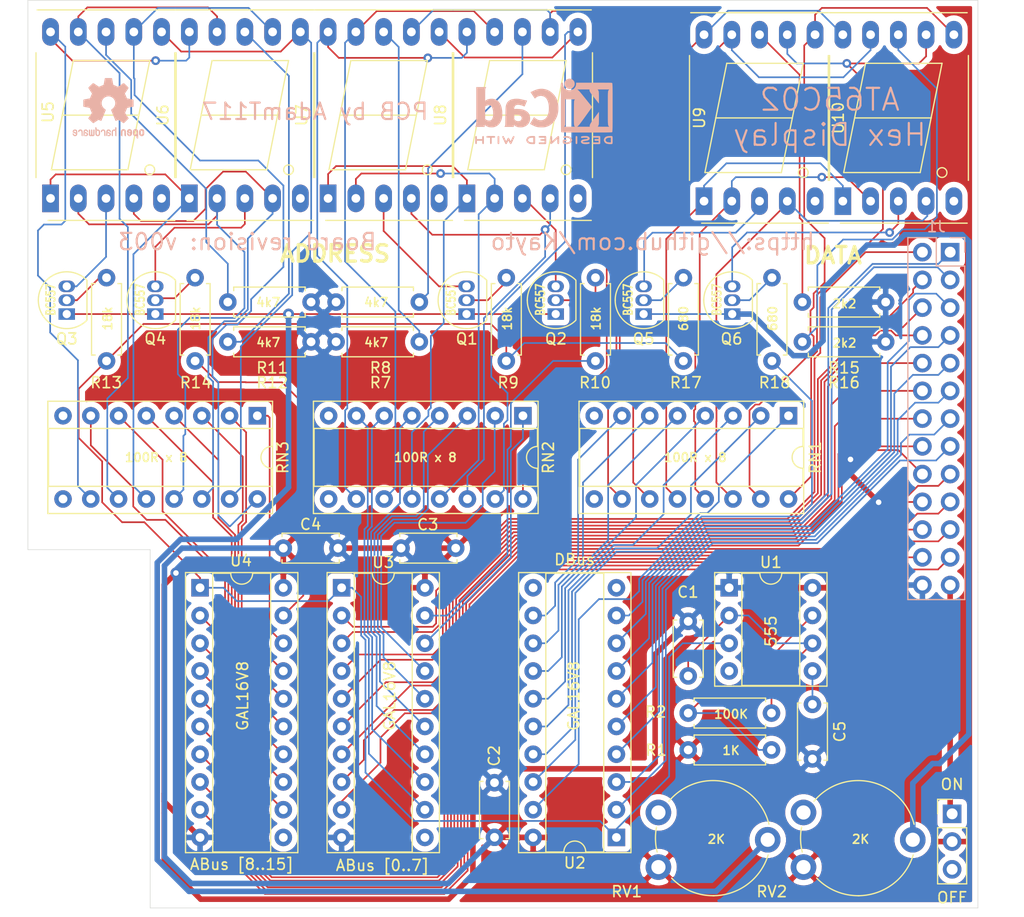
<source format=kicad_pcb>
(kicad_pcb (version 20171130) (host pcbnew "(5.1.9)-1")
  (title_block (title "AT65C02 HEX Expansion Board") (date 2023-05-09) (rev Rev003) (company "By AdamT117") (comment 4 "HEX display for AT65C02 Expansion Port"))
  (layers (0 F.Cu signal) (31 B.Cu signal) (34 B.Paste user) (35 F.Paste user) (36 B.SilkS user) (37 F.SilkS user) (38 B.Mask user) (39 F.Mask user) (44 Edge.Cuts user))
  (net 0 "")
  (net 1 "Net-(C1-Pad1)")
  (net 2 GND)
  (net 3 +5V)
  (net 4 "Net-(Q1-Pad3)")
  (net 5 "Net-(Q1-Pad2)")
  (net 6 "Net-(Q2-Pad2)")
  (net 7 "Net-(Q2-Pad3)")
  (net 8 "Net-(R1-Pad2)")
  (net 9 EN_H)
  (net 10 "Net-(U2-Pad11)")
  (net 11 "Net-(Q3-Pad3)")
  (net 12 "Net-(Q3-Pad2)")
  (net 13 "Net-(Q4-Pad2)")
  (net 14 "Net-(Q4-Pad3)")
  (net 15 "Net-(Q5-Pad2)")
  (net 16 "Net-(Q5-Pad3)")
  (net 17 "Net-(Q6-Pad3)")
  (net 18 "Net-(Q6-Pad2)")
  (net 19 "Net-(R12-Pad2)")
  (net 20 "Net-(RN1-Pad1)")
  (net 21 "Net-(RN1-Pad9)")
  (net 22 "Net-(RN1-Pad2)")
  (net 23 "Net-(RN1-Pad10)")
  (net 24 "Net-(RN1-Pad3)")
  (net 25 "Net-(RN1-Pad11)")
  (net 26 "Net-(RN1-Pad4)")
  (net 27 "Net-(RN1-Pad12)")
  (net 28 "Net-(RN1-Pad5)")
  (net 29 "Net-(RN1-Pad13)")
  (net 30 "Net-(RN1-Pad6)")
  (net 31 "Net-(RN1-Pad14)")
  (net 32 "Net-(RN1-Pad7)")
  (net 33 "Net-(RN1-Pad15)")
  (net 34 "Net-(RN1-Pad8)")
  (net 35 "Net-(RN1-Pad16)")
  (net 36 "Net-(RN2-Pad8)")
  (net 37 "Net-(RN2-Pad7)")
  (net 38 "Net-(RN2-Pad6)")
  (net 39 "Net-(RN2-Pad5)")
  (net 40 "Net-(RN2-Pad4)")
  (net 41 "Net-(RN2-Pad3)")
  (net 42 "Net-(RN2-Pad2)")
  (net 43 "Net-(RN2-Pad9)")
  (net 44 "Net-(RN2-Pad1)")
  (net 45 a0)
  (net 46 a1)
  (net 47 a2)
  (net 48 a3)
  (net 49 a4)
  (net 50 a5)
  (net 51 a6)
  (net 52 a7)
  (net 53 a8)
  (net 54 a9)
  (net 55 a10)
  (net 56 a11)
  (net 57 a12)
  (net 58 a13)
  (net 59 a14)
  (net 60 a15)
  (net 61 d7)
  (net 62 d6)
  (net 63 d5)
  (net 64 d4)
  (net 65 d3)
  (net 66 d2)
  (net 67 d1)
  (net 68 d0)
  (net 69 "Net-(R7-Pad2)")
  (net 70 "Net-(R8-Pad2)")
  (net 71 "Net-(R11-Pad2)")
  (net 72 "Net-(R15-Pad1)")
  (net 73 "Net-(R16-Pad1)")
  (net 74 "Net-(RN2-Pad16)")
  (net 75 "Net-(RN2-Pad15)")
  (net 76 "Net-(RN2-Pad14)")
  (net 77 "Net-(RN2-Pad13)")
  (net 78 "Net-(RN2-Pad12)")
  (net 79 "Net-(RN2-Pad11)")
  (net 80 "Net-(RN2-Pad10)")
  (net 81 "Net-(RN3-Pad1)")
  (net 82 "Net-(RN3-Pad9)")
  (net 83 "Net-(RN3-Pad2)")
  (net 84 "Net-(RN3-Pad10)")
  (net 85 "Net-(RN3-Pad3)")
  (net 86 "Net-(RN3-Pad11)")
  (net 87 "Net-(RN3-Pad4)")
  (net 88 "Net-(RN3-Pad12)")
  (net 89 "Net-(RN3-Pad5)")
  (net 90 "Net-(RN3-Pad13)")
  (net 91 "Net-(RN3-Pad6)")
  (net 92 "Net-(RN3-Pad14)")
  (net 93 "Net-(RN3-Pad7)")
  (net 94 "Net-(RN3-Pad15)")
  (net 95 "Net-(RN3-Pad8)")
  (net 96 "Net-(RN3-Pad16)")
  (net 97 "Net-(U2-Pad10)")
  (net 98 "Net-(U3-Pad11)")
  (net 99 "Net-(U4-Pad11)")
  (net 100 "Net-(U5-Pad5)")
  (net 101 "Net-(U6-Pad5)")
  (net 102 "Net-(U7-Pad5)")
  (net 103 "Net-(U8-Pad5)")
  (net 104 "Net-(U9-Pad5)")
  (net 105 "Net-(U10-Pad5)")
  (net 106 EN_a0L)
  (net 107 EN_a8L)
  (net 108 EN_DL)
  (net 109 "Net-(C5-Pad1)")
  (net 110 "Net-(U1-Pad4)")
  (net 111 "Net-(Q1-Pad1)")
  (net 112 "Net-(Q5-Pad1)")
  (net 113 "Net-(RV1-Pad3)")
  (net 114 "Net-(RV2-Pad3)")
  (net 115 "Net-(J3-Pad3)")
  (net 116 "Net-(J1-Pad25)")
  (module Symbol:OSHW-Logo2_7.3x6mm_SilkScreen (layer B.Cu) (at 142.24 46.775 180)
    (fp_text reference REF** hide)
    (fp_text value OSHW-Logo2_7.3x6mm_SilkScreen hide)
  )
  (module Symbol:KiCad-Logo2_5mm_SilkScreen (layer B.Cu) (at 182.09 47.05 180)
    (fp_text reference REF** hide)
    (fp_text value KiCad-Logo2_5mm_SilkScreen hide)
  )
  (module Capacitor_THT:C_Disc_D5.0mm_W2.5mm_P5.00mm (layer F.Cu) (at 174.015 87.05 180)
    (fp_text reference C3 (at 2.55 2.15) (layer F.SilkS))
    (fp_text value 100n)
    (pad 2 thru_hole circle (at 5 0 180) (size 1.6 1.6) (drill 0.8) (layers *.Cu *.Mask) (net 2 GND))
    (pad 1 thru_hole circle (at 0 0 180) (size 1.6 1.6) (drill 0.8) (layers *.Cu *.Mask) (net 3 +5V))
  )
  (module Capacitor_THT:C_Disc_D5.0mm_W2.5mm_P5.00mm (layer F.Cu) (at 158.242 87.05)
    (fp_text reference C4 (at 2.498 -2.175) (layer F.SilkS))
    (fp_text value 100n)
    (pad 1 thru_hole circle (at 0 0) (size 1.6 1.6) (drill 0.8) (layers *.Cu *.Mask) (net 3 +5V))
    (pad 2 thru_hole circle (at 5 0) (size 1.6 1.6) (drill 0.8) (layers *.Cu *.Mask) (net 2 GND))
  )
  (module Capacitor_THT:C_Disc_D5.0mm_W2.5mm_P5.00mm (layer F.Cu) (at 177.565 113.525 90)
    (fp_text reference C2 (at 7.462 -0.025 90) (layer F.SilkS))
    (fp_text value 100n)
    (pad 2 thru_hole circle (at 5 0 90) (size 1.6 1.6) (drill 0.8) (layers *.Cu *.Mask) (net 2 GND))
    (pad 1 thru_hole circle (at 0 0 90) (size 1.6 1.6) (drill 0.8) (layers *.Cu *.Mask) (net 3 +5V))
  )
  (module Display_7Segment:7SegmentLED_LTS6760_LTS6780 (layer F.Cu) (at 209.438 55.282 90)
    (fp_text reference U10 (at 7.62 -0.42 90) (layer F.SilkS))
    (fp_text value E10561)
    (pad 10 thru_hole oval (at 15.24 0) (size 1.524 2.524) (drill 0.8) (layers *.Cu *.Mask) (net 23 "Net-(RN1-Pad10)"))
    (pad 9 thru_hole oval (at 15.24 2.54) (size 1.524 2.524) (drill 0.8) (layers *.Cu *.Mask) (net 25 "Net-(RN1-Pad11)"))
    (pad 8 thru_hole oval (at 15.24 5.08) (size 1.524 2.524) (drill 0.8) (layers *.Cu *.Mask) (net 73 "Net-(R16-Pad1)"))
    (pad 7 thru_hole oval (at 15.24 7.62) (size 1.524 2.524) (drill 0.8) (layers *.Cu *.Mask) (net 35 "Net-(RN1-Pad16)"))
    (pad 6 thru_hole oval (at 15.24 10.16) (size 1.524 2.524) (drill 0.8) (layers *.Cu *.Mask) (net 33 "Net-(RN1-Pad15)"))
    (pad 5 thru_hole oval (at 0 10.16) (size 1.524 2.524) (drill 0.8) (layers *.Cu *.Mask) (net 105 "Net-(U10-Pad5)"))
    (pad 4 thru_hole oval (at 0 7.62) (size 1.524 2.524) (drill 0.8) (layers *.Cu *.Mask) (net 31 "Net-(RN1-Pad14)"))
    (pad 3 thru_hole oval (at 0 5.08) (size 1.524 2.524) (drill 0.8) (layers *.Cu *.Mask) (net 17 "Net-(Q6-Pad3)"))
    (pad 2 thru_hole oval (at 0 2.54) (size 1.524 2.524) (drill 0.8) (layers *.Cu *.Mask) (net 29 "Net-(RN1-Pad13)"))
    (pad 1 thru_hole rect (at 0 0) (size 1.524 2.524) (drill 0.8) (layers *.Cu *.Mask) (net 27 "Net-(RN1-Pad12)"))
  )
  (module Capacitor_THT:C_Disc_D5.0mm_W2.5mm_P5.00mm (layer F.Cu) (at 195.29 98.75 90)
    (fp_text reference C1 (at 7.675 -0.025 180) (layer F.SilkS))
    (fp_text value 0.01uF)
    (pad 1 thru_hole circle (at 0 0 90) (size 1.6 1.6) (drill 0.8) (layers *.Cu *.Mask) (net 1 "Net-(C1-Pad1)"))
    (pad 2 thru_hole circle (at 5 0 90) (size 1.6 1.6) (drill 0.8) (layers *.Cu *.Mask) (net 2 GND))
  )
  (module Package_TO_SOT_THT:TO-92_Inline (layer F.Cu) (at 175.006 65.62 90)
    (fp_text reference Q1 (at -2.27 0.02 180) (layer F.SilkS))
    (fp_text value BC557)
    (pad 1 thru_hole rect (at 0 0 90) (size 1.05 1.5) (drill 0.75) (layers *.Cu *.Mask) (net 111 "Net-(Q1-Pad1)"))
    (pad 3 thru_hole oval (at 2.54 0 90) (size 1.05 1.5) (drill 0.75) (layers *.Cu *.Mask) (net 4 "Net-(Q1-Pad3)"))
    (pad 2 thru_hole oval (at 1.27 0 90) (size 1.05 1.5) (drill 0.75) (layers *.Cu *.Mask) (net 5 "Net-(Q1-Pad2)"))
  )
  (module Package_TO_SOT_THT:TO-92_Inline (layer F.Cu) (at 183.166 65.62 90)
    (fp_text reference Q2 (at -2.27 0.02 180) (layer F.SilkS))
    (fp_text value BC557)
    (pad 2 thru_hole oval (at 1.27 0 90) (size 1.05 1.5) (drill 0.75) (layers *.Cu *.Mask) (net 6 "Net-(Q2-Pad2)"))
    (pad 3 thru_hole oval (at 2.54 0 90) (size 1.05 1.5) (drill 0.75) (layers *.Cu *.Mask) (net 7 "Net-(Q2-Pad3)"))
    (pad 1 thru_hole rect (at 0 0 90) (size 1.05 1.5) (drill 0.75) (layers *.Cu *.Mask) (net 111 "Net-(Q1-Pad1)"))
  )
  (module Resistor_THT:R_Axial_DIN0207_L6.3mm_D2.5mm_P7.62mm_Horizontal (layer F.Cu) (at 195.29 105.525)
    (fp_text reference R1 (at -2.925 0.025) (layer F.SilkS))
    (fp_text value 1k)
    (pad 2 thru_hole oval (at 7.62 0) (size 1.6 1.6) (drill 0.8) (layers *.Cu *.Mask) (net 8 "Net-(R1-Pad2)"))
    (pad 1 thru_hole circle (at 0 0) (size 1.6 1.6) (drill 0.8) (layers *.Cu *.Mask) (net 3 +5V))
  )
  (module Resistor_THT:R_Axial_DIN0207_L6.3mm_D2.5mm_P7.62mm_Horizontal (layer F.Cu) (at 195.29 102.15)
    (fp_text reference R2 (at -2.975 -0.1) (layer F.SilkS))
    (fp_text value 100k)
    (pad 1 thru_hole circle (at 0 0) (size 1.6 1.6) (drill 0.8) (layers *.Cu *.Mask) (net 8 "Net-(R1-Pad2)"))
    (pad 2 thru_hole oval (at 7.62 0) (size 1.6 1.6) (drill 0.8) (layers *.Cu *.Mask) (net 1 "Net-(C1-Pad1)"))
  )
  (module Resistor_THT:R_Axial_DIN0207_L6.3mm_D2.5mm_P7.62mm_Horizontal (layer F.Cu) (at 186.806 62.29 270)
    (fp_text reference R10 (at 9.61 0.04 180) (layer F.SilkS))
    (fp_text value 18k)
    (pad 1 thru_hole circle (at 0 0 270) (size 1.6 1.6) (drill 0.8) (layers *.Cu *.Mask) (net 6 "Net-(Q2-Pad2)"))
    (pad 2 thru_hole oval (at 7.62 0 270) (size 1.6 1.6) (drill 0.8) (layers *.Cu *.Mask) (net 106 EN_a0L))
  )
  (module Resistor_THT:R_Axial_DIN0207_L6.3mm_D2.5mm_P7.62mm_Horizontal (layer F.Cu) (at 160.782 64.52 180)
    (fp_text reference R11 (at 3.556 -6.026) (layer F.SilkS))
    (fp_text value 4k7)
    (pad 2 thru_hole oval (at 7.62 0 180) (size 1.6 1.6) (drill 0.8) (layers *.Cu *.Mask) (net 71 "Net-(R11-Pad2)"))
    (pad 1 thru_hole circle (at 0 0 180) (size 1.6 1.6) (drill 0.8) (layers *.Cu *.Mask) (net 2 GND))
  )
  (module Package_DIP:DIP-20_W7.62mm_Socket (layer F.Cu) (at 188.722 113.538 180)
    (fp_text reference U2 (at 3.81 -2.33) (layer F.SilkS))
    (fp_text value GAL16V8)
    (pad 1 thru_hole rect (at 0 0 180) (size 1.6 1.6) (drill 0.8) (layers *.Cu *.Mask) (net 9 EN_H))
    (pad 11 thru_hole oval (at 7.62 22.86 180) (size 1.6 1.6) (drill 0.8) (layers *.Cu *.Mask) (net 10 "Net-(U2-Pad11)"))
    (pad 2 thru_hole oval (at 0 2.54 180) (size 1.6 1.6) (drill 0.8) (layers *.Cu *.Mask) (net 61 d7))
    (pad 12 thru_hole oval (at 7.62 20.32 180) (size 1.6 1.6) (drill 0.8) (layers *.Cu *.Mask) (net 32 "Net-(RN1-Pad7)"))
    (pad 3 thru_hole oval (at 0 5.08 180) (size 1.6 1.6) (drill 0.8) (layers *.Cu *.Mask) (net 62 d6))
    (pad 13 thru_hole oval (at 7.62 17.78 180) (size 1.6 1.6) (drill 0.8) (layers *.Cu *.Mask) (net 30 "Net-(RN1-Pad6)"))
    (pad 4 thru_hole oval (at 0 7.62 180) (size 1.6 1.6) (drill 0.8) (layers *.Cu *.Mask) (net 63 d5))
    (pad 14 thru_hole oval (at 7.62 15.24 180) (size 1.6 1.6) (drill 0.8) (layers *.Cu *.Mask) (net 28 "Net-(RN1-Pad5)"))
    (pad 5 thru_hole oval (at 0 10.16 180) (size 1.6 1.6) (drill 0.8) (layers *.Cu *.Mask) (net 64 d4))
    (pad 15 thru_hole oval (at 7.62 12.7 180) (size 1.6 1.6) (drill 0.8) (layers *.Cu *.Mask) (net 26 "Net-(RN1-Pad4)"))
    (pad 6 thru_hole oval (at 0 12.7 180) (size 1.6 1.6) (drill 0.8) (layers *.Cu *.Mask) (net 65 d3))
    (pad 16 thru_hole oval (at 7.62 10.16 180) (size 1.6 1.6) (drill 0.8) (layers *.Cu *.Mask) (net 24 "Net-(RN1-Pad3)"))
    (pad 7 thru_hole oval (at 0 15.24 180) (size 1.6 1.6) (drill 0.8) (layers *.Cu *.Mask) (net 66 d2))
    (pad 17 thru_hole oval (at 7.62 7.62 180) (size 1.6 1.6) (drill 0.8) (layers *.Cu *.Mask) (net 22 "Net-(RN1-Pad2)"))
    (pad 8 thru_hole oval (at 0 17.78 180) (size 1.6 1.6) (drill 0.8) (layers *.Cu *.Mask) (net 67 d1))
    (pad 18 thru_hole oval (at 7.62 5.08 180) (size 1.6 1.6) (drill 0.8) (layers *.Cu *.Mask) (net 20 "Net-(RN1-Pad1)"))
    (pad 9 thru_hole oval (at 0 20.32 180) (size 1.6 1.6) (drill 0.8) (layers *.Cu *.Mask) (net 68 d0))
    (pad 19 thru_hole oval (at 7.62 2.54 180) (size 1.6 1.6) (drill 0.8) (layers *.Cu *.Mask) (net 108 EN_DL))
    (pad 10 thru_hole oval (at 0 22.86 180) (size 1.6 1.6) (drill 0.8) (layers *.Cu *.Mask) (net 97 "Net-(U2-Pad10)"))
    (pad 20 thru_hole oval (at 7.62 0 180) (size 1.6 1.6) (drill 0.8) (layers *.Cu *.Mask) (net 3 +5V))
  )
  (module Package_DIP:DIP-8_W7.62mm_Socket (layer F.Cu) (at 199.04 90.678)
    (fp_text reference U1 (at 3.81 -2.33) (layer F.SilkS))
    (fp_text value NE555P)
    (pad 1 thru_hole rect (at 0 0) (size 1.6 1.6) (drill 0.8) (layers *.Cu *.Mask) (net 2 GND))
    (pad 5 thru_hole oval (at 7.62 7.62) (size 1.6 1.6) (drill 0.8) (layers *.Cu *.Mask) (net 109 "Net-(C5-Pad1)"))
    (pad 2 thru_hole oval (at 0 2.54) (size 1.6 1.6) (drill 0.8) (layers *.Cu *.Mask) (net 1 "Net-(C1-Pad1)"))
    (pad 6 thru_hole oval (at 7.62 5.08) (size 1.6 1.6) (drill 0.8) (layers *.Cu *.Mask) (net 1 "Net-(C1-Pad1)"))
    (pad 3 thru_hole oval (at 0 5.08) (size 1.6 1.6) (drill 0.8) (layers *.Cu *.Mask) (net 9 EN_H))
    (pad 7 thru_hole oval (at 7.62 2.54) (size 1.6 1.6) (drill 0.8) (layers *.Cu *.Mask) (net 8 "Net-(R1-Pad2)"))
    (pad 4 thru_hole oval (at 0 7.62) (size 1.6 1.6) (drill 0.8) (layers *.Cu *.Mask) (net 110 "Net-(U1-Pad4)"))
    (pad 8 thru_hole oval (at 7.62 0) (size 1.6 1.6) (drill 0.8) (layers *.Cu *.Mask) (net 3 +5V))
  )
  (module Package_TO_SOT_THT:TO-92_Inline (layer F.Cu) (at 138.424 65.62 90)
    (fp_text reference Q3 (at -2.27 0 180) (layer F.SilkS))
    (fp_text value BC557)
    (pad 1 thru_hole rect (at 0 0 90) (size 1.05 1.5) (drill 0.75) (layers *.Cu *.Mask) (net 111 "Net-(Q1-Pad1)"))
    (pad 3 thru_hole oval (at 2.54 0 90) (size 1.05 1.5) (drill 0.75) (layers *.Cu *.Mask) (net 11 "Net-(Q3-Pad3)"))
    (pad 2 thru_hole oval (at 1.27 0 90) (size 1.05 1.5) (drill 0.75) (layers *.Cu *.Mask) (net 12 "Net-(Q3-Pad2)"))
  )
  (module Package_TO_SOT_THT:TO-92_Inline (layer F.Cu) (at 146.529333 65.62 90)
    (fp_text reference Q4 (at -2.27 0 180) (layer F.SilkS))
    (fp_text value BC557)
    (pad 2 thru_hole oval (at 1.27 0 90) (size 1.05 1.5) (drill 0.75) (layers *.Cu *.Mask) (net 13 "Net-(Q4-Pad2)"))
    (pad 3 thru_hole oval (at 2.54 0 90) (size 1.05 1.5) (drill 0.75) (layers *.Cu *.Mask) (net 14 "Net-(Q4-Pad3)"))
    (pad 1 thru_hole rect (at 0 0 90) (size 1.05 1.5) (drill 0.75) (layers *.Cu *.Mask) (net 111 "Net-(Q1-Pad1)"))
  )
  (module Package_TO_SOT_THT:TO-92_Inline (layer F.Cu) (at 191.210666 65.62 90)
    (fp_text reference Q5 (at -2.27 0 180) (layer F.SilkS))
    (fp_text value BC557)
    (pad 2 thru_hole oval (at 1.27 0 90) (size 1.05 1.5) (drill 0.75) (layers *.Cu *.Mask) (net 15 "Net-(Q5-Pad2)"))
    (pad 3 thru_hole oval (at 2.54 0 90) (size 1.05 1.5) (drill 0.75) (layers *.Cu *.Mask) (net 16 "Net-(Q5-Pad3)"))
    (pad 1 thru_hole rect (at 0 0 90) (size 1.05 1.5) (drill 0.75) (layers *.Cu *.Mask) (net 112 "Net-(Q5-Pad1)"))
  )
  (module Package_TO_SOT_THT:TO-92_Inline (layer F.Cu) (at 199.316 65.62 90)
    (fp_text reference Q6 (at -2.27 -0.06 180) (layer F.SilkS))
    (fp_text value BC557)
    (pad 1 thru_hole rect (at 0 0 90) (size 1.05 1.5) (drill 0.75) (layers *.Cu *.Mask) (net 112 "Net-(Q5-Pad1)"))
    (pad 3 thru_hole oval (at 2.54 0 90) (size 1.05 1.5) (drill 0.75) (layers *.Cu *.Mask) (net 17 "Net-(Q6-Pad3)"))
    (pad 2 thru_hole oval (at 1.27 0 90) (size 1.05 1.5) (drill 0.75) (layers *.Cu *.Mask) (net 18 "Net-(Q6-Pad2)"))
  )
  (module Resistor_THT:R_Axial_DIN0207_L6.3mm_D2.5mm_P7.62mm_Horizontal (layer F.Cu) (at 160.782 68.16 180)
    (fp_text reference R12 (at 3.556 -3.74) (layer F.SilkS))
    (fp_text value 4k7)
    (pad 1 thru_hole circle (at 0 0 180) (size 1.6 1.6) (drill 0.8) (layers *.Cu *.Mask) (net 2 GND))
    (pad 2 thru_hole oval (at 7.62 0 180) (size 1.6 1.6) (drill 0.8) (layers *.Cu *.Mask) (net 19 "Net-(R12-Pad2)"))
  )
  (module Resistor_THT:R_Axial_DIN0207_L6.3mm_D2.5mm_P7.62mm_Horizontal (layer F.Cu) (at 142.064 62.29 270)
    (fp_text reference R13 (at 9.61 0.033333 180) (layer F.SilkS))
    (fp_text value 18k)
    (pad 1 thru_hole circle (at 0 0 270) (size 1.6 1.6) (drill 0.8) (layers *.Cu *.Mask) (net 12 "Net-(Q3-Pad2)"))
    (pad 2 thru_hole oval (at 7.62 0 270) (size 1.6 1.6) (drill 0.8) (layers *.Cu *.Mask) (net 9 EN_H))
  )
  (module Resistor_THT:R_Axial_DIN0207_L6.3mm_D2.5mm_P7.62mm_Horizontal (layer F.Cu) (at 150.169333 62.29 270)
    (fp_text reference R14 (at 9.61 -0.063334 180) (layer F.SilkS))
    (fp_text value 18k)
    (pad 2 thru_hole oval (at 7.62 0 270) (size 1.6 1.6) (drill 0.8) (layers *.Cu *.Mask) (net 107 EN_a8L))
    (pad 1 thru_hole circle (at 0 0 270) (size 1.6 1.6) (drill 0.8) (layers *.Cu *.Mask) (net 13 "Net-(Q4-Pad2)"))
  )
  (module Resistor_THT:R_Axial_DIN0207_L6.3mm_D2.5mm_P7.62mm_Horizontal (layer F.Cu) (at 205.74 64.52)
    (fp_text reference R15 (at 3.81 6.026) (layer F.SilkS))
    (fp_text value 2k2)
    (pad 2 thru_hole oval (at 7.62 0) (size 1.6 1.6) (drill 0.8) (layers *.Cu *.Mask) (net 2 GND))
    (pad 1 thru_hole circle (at 0 0) (size 1.6 1.6) (drill 0.8) (layers *.Cu *.Mask) (net 72 "Net-(R15-Pad1)"))
  )
  (module Package_DIP:DIP-16_W7.62mm_Socket (layer F.Cu) (at 204.47 74.93 270)
    (fp_text reference RN1 (at 3.82 -2.445 90) (layer F.SilkS))
    (fp_text value 100)
    (pad 1 thru_hole rect (at 0 0 270) (size 1.6 1.6) (drill 0.8) (layers *.Cu *.Mask) (net 20 "Net-(RN1-Pad1)"))
    (pad 9 thru_hole oval (at 7.62 17.78 270) (size 1.6 1.6) (drill 0.8) (layers *.Cu *.Mask) (net 21 "Net-(RN1-Pad9)"))
    (pad 2 thru_hole oval (at 0 2.54 270) (size 1.6 1.6) (drill 0.8) (layers *.Cu *.Mask) (net 22 "Net-(RN1-Pad2)"))
    (pad 10 thru_hole oval (at 7.62 15.24 270) (size 1.6 1.6) (drill 0.8) (layers *.Cu *.Mask) (net 23 "Net-(RN1-Pad10)"))
    (pad 3 thru_hole oval (at 0 5.08 270) (size 1.6 1.6) (drill 0.8) (layers *.Cu *.Mask) (net 24 "Net-(RN1-Pad3)"))
    (pad 11 thru_hole oval (at 7.62 12.7 270) (size 1.6 1.6) (drill 0.8) (layers *.Cu *.Mask) (net 25 "Net-(RN1-Pad11)"))
    (pad 4 thru_hole oval (at 0 7.62 270) (size 1.6 1.6) (drill 0.8) (layers *.Cu *.Mask) (net 26 "Net-(RN1-Pad4)"))
    (pad 12 thru_hole oval (at 7.62 10.16 270) (size 1.6 1.6) (drill 0.8) (layers *.Cu *.Mask) (net 27 "Net-(RN1-Pad12)"))
    (pad 5 thru_hole oval (at 0 10.16 270) (size 1.6 1.6) (drill 0.8) (layers *.Cu *.Mask) (net 28 "Net-(RN1-Pad5)"))
    (pad 13 thru_hole oval (at 7.62 7.62 270) (size 1.6 1.6) (drill 0.8) (layers *.Cu *.Mask) (net 29 "Net-(RN1-Pad13)"))
    (pad 6 thru_hole oval (at 0 12.7 270) (size 1.6 1.6) (drill 0.8) (layers *.Cu *.Mask) (net 30 "Net-(RN1-Pad6)"))
    (pad 14 thru_hole oval (at 7.62 5.08 270) (size 1.6 1.6) (drill 0.8) (layers *.Cu *.Mask) (net 31 "Net-(RN1-Pad14)"))
    (pad 7 thru_hole oval (at 0 15.24 270) (size 1.6 1.6) (drill 0.8) (layers *.Cu *.Mask) (net 32 "Net-(RN1-Pad7)"))
    (pad 15 thru_hole oval (at 7.62 2.54 270) (size 1.6 1.6) (drill 0.8) (layers *.Cu *.Mask) (net 33 "Net-(RN1-Pad15)"))
    (pad 8 thru_hole oval (at 0 17.78 270) (size 1.6 1.6) (drill 0.8) (layers *.Cu *.Mask) (net 34 "Net-(RN1-Pad8)"))
    (pad 16 thru_hole oval (at 7.62 0 270) (size 1.6 1.6) (drill 0.8) (layers *.Cu *.Mask) (net 35 "Net-(RN1-Pad16)"))
  )
  (module Package_DIP:DIP-16_W7.62mm_Socket (layer F.Cu) (at 180.167 74.93 270)
    (fp_text reference RN2 (at 3.82 -2.33 90) (layer F.SilkS))
    (fp_text value 100)
    (pad 16 thru_hole oval (at 7.62 0 270) (size 1.6 1.6) (drill 0.8) (layers *.Cu *.Mask) (net 74 "Net-(RN2-Pad16)"))
    (pad 8 thru_hole oval (at 0 17.78 270) (size 1.6 1.6) (drill 0.8) (layers *.Cu *.Mask) (net 36 "Net-(RN2-Pad8)"))
    (pad 15 thru_hole oval (at 7.62 2.54 270) (size 1.6 1.6) (drill 0.8) (layers *.Cu *.Mask) (net 75 "Net-(RN2-Pad15)"))
    (pad 7 thru_hole oval (at 0 15.24 270) (size 1.6 1.6) (drill 0.8) (layers *.Cu *.Mask) (net 37 "Net-(RN2-Pad7)"))
    (pad 14 thru_hole oval (at 7.62 5.08 270) (size 1.6 1.6) (drill 0.8) (layers *.Cu *.Mask) (net 76 "Net-(RN2-Pad14)"))
    (pad 6 thru_hole oval (at 0 12.7 270) (size 1.6 1.6) (drill 0.8) (layers *.Cu *.Mask) (net 38 "Net-(RN2-Pad6)"))
    (pad 13 thru_hole oval (at 7.62 7.62 270) (size 1.6 1.6) (drill 0.8) (layers *.Cu *.Mask) (net 77 "Net-(RN2-Pad13)"))
    (pad 5 thru_hole oval (at 0 10.16 270) (size 1.6 1.6) (drill 0.8) (layers *.Cu *.Mask) (net 39 "Net-(RN2-Pad5)"))
    (pad 12 thru_hole oval (at 7.62 10.16 270) (size 1.6 1.6) (drill 0.8) (layers *.Cu *.Mask) (net 78 "Net-(RN2-Pad12)"))
    (pad 4 thru_hole oval (at 0 7.62 270) (size 1.6 1.6) (drill 0.8) (layers *.Cu *.Mask) (net 40 "Net-(RN2-Pad4)"))
    (pad 11 thru_hole oval (at 7.62 12.7 270) (size 1.6 1.6) (drill 0.8) (layers *.Cu *.Mask) (net 79 "Net-(RN2-Pad11)"))
    (pad 3 thru_hole oval (at 0 5.08 270) (size 1.6 1.6) (drill 0.8) (layers *.Cu *.Mask) (net 41 "Net-(RN2-Pad3)"))
    (pad 10 thru_hole oval (at 7.62 15.24 270) (size 1.6 1.6) (drill 0.8) (layers *.Cu *.Mask) (net 80 "Net-(RN2-Pad10)"))
    (pad 2 thru_hole oval (at 0 2.54 270) (size 1.6 1.6) (drill 0.8) (layers *.Cu *.Mask) (net 42 "Net-(RN2-Pad2)"))
    (pad 9 thru_hole oval (at 7.62 17.78 270) (size 1.6 1.6) (drill 0.8) (layers *.Cu *.Mask) (net 43 "Net-(RN2-Pad9)"))
    (pad 1 thru_hole rect (at 0 0 270) (size 1.6 1.6) (drill 0.8) (layers *.Cu *.Mask) (net 44 "Net-(RN2-Pad1)"))
  )
  (module Resistor_THT:R_Axial_DIN0207_L6.3mm_D2.5mm_P7.62mm_Horizontal (layer F.Cu) (at 163.068 68.16)
    (fp_text reference R7 (at 4.064 3.74) (layer F.SilkS))
    (fp_text value 4k7)
    (pad 2 thru_hole oval (at 7.62 0) (size 1.6 1.6) (drill 0.8) (layers *.Cu *.Mask) (net 69 "Net-(R7-Pad2)"))
    (pad 1 thru_hole circle (at 0 0) (size 1.6 1.6) (drill 0.8) (layers *.Cu *.Mask) (net 2 GND))
  )
  (module Resistor_THT:R_Axial_DIN0207_L6.3mm_D2.5mm_P7.62mm_Horizontal (layer F.Cu) (at 163.068 64.52)
    (fp_text reference R8 (at 4.064 6.026) (layer F.SilkS))
    (fp_text value 4k7)
    (pad 2 thru_hole oval (at 7.62 0) (size 1.6 1.6) (drill 0.8) (layers *.Cu *.Mask) (net 70 "Net-(R8-Pad2)"))
    (pad 1 thru_hole circle (at 0 0) (size 1.6 1.6) (drill 0.8) (layers *.Cu *.Mask) (net 2 GND))
  )
  (module Resistor_THT:R_Axial_DIN0207_L6.3mm_D2.5mm_P7.62mm_Horizontal (layer F.Cu) (at 178.646 62.29 270)
    (fp_text reference R9 (at 9.61 -0.17 180) (layer F.SilkS))
    (fp_text value 18k)
    (pad 2 thru_hole oval (at 7.62 0 270) (size 1.6 1.6) (drill 0.8) (layers *.Cu *.Mask) (net 9 EN_H))
    (pad 1 thru_hole circle (at 0 0 270) (size 1.6 1.6) (drill 0.8) (layers *.Cu *.Mask) (net 5 "Net-(Q1-Pad2)"))
  )
  (module Resistor_THT:R_Axial_DIN0207_L6.3mm_D2.5mm_P7.62mm_Horizontal (layer F.Cu) (at 205.74 68.16)
    (fp_text reference R16 (at 3.81 3.74) (layer F.SilkS))
    (fp_text value 2k2)
    (pad 1 thru_hole circle (at 0 0) (size 1.6 1.6) (drill 0.8) (layers *.Cu *.Mask) (net 73 "Net-(R16-Pad1)"))
    (pad 2 thru_hole oval (at 7.62 0) (size 1.6 1.6) (drill 0.8) (layers *.Cu *.Mask) (net 2 GND))
  )
  (module Resistor_THT:R_Axial_DIN0207_L6.3mm_D2.5mm_P7.62mm_Horizontal (layer F.Cu) (at 194.850666 62.29 270)
    (fp_text reference R17 (at 9.61 -0.221334) (layer F.SilkS))
    (fp_text value 680)
    (pad 1 thru_hole circle (at 0 0 270) (size 1.6 1.6) (drill 0.8) (layers *.Cu *.Mask) (net 15 "Net-(Q5-Pad2)"))
    (pad 2 thru_hole oval (at 7.62 0 270) (size 1.6 1.6) (drill 0.8) (layers *.Cu *.Mask) (net 9 EN_H))
  )
  (module Resistor_THT:R_Axial_DIN0207_L6.3mm_D2.5mm_P7.62mm_Horizontal (layer F.Cu) (at 202.956 62.29 270)
    (fp_text reference R18 (at 9.61 -0.244 180) (layer F.SilkS))
    (fp_text value 680)
    (pad 1 thru_hole circle (at 0 0 270) (size 1.6 1.6) (drill 0.8) (layers *.Cu *.Mask) (net 18 "Net-(Q6-Pad2)"))
    (pad 2 thru_hole oval (at 7.62 0 270) (size 1.6 1.6) (drill 0.8) (layers *.Cu *.Mask) (net 108 EN_DL))
  )
  (module Package_DIP:DIP-16_W7.62mm_Socket (layer F.Cu) (at 155.864 74.93 270)
    (fp_text reference RN3 (at 3.82 -2.33 90) (layer F.SilkS))
    (fp_text value 100)
    (pad 1 thru_hole rect (at 0 0 270) (size 1.6 1.6) (drill 0.8) (layers *.Cu *.Mask) (net 81 "Net-(RN3-Pad1)"))
    (pad 9 thru_hole oval (at 7.62 17.78 270) (size 1.6 1.6) (drill 0.8) (layers *.Cu *.Mask) (net 82 "Net-(RN3-Pad9)"))
    (pad 2 thru_hole oval (at 0 2.54 270) (size 1.6 1.6) (drill 0.8) (layers *.Cu *.Mask) (net 83 "Net-(RN3-Pad2)"))
    (pad 10 thru_hole oval (at 7.62 15.24 270) (size 1.6 1.6) (drill 0.8) (layers *.Cu *.Mask) (net 84 "Net-(RN3-Pad10)"))
    (pad 3 thru_hole oval (at 0 5.08 270) (size 1.6 1.6) (drill 0.8) (layers *.Cu *.Mask) (net 85 "Net-(RN3-Pad3)"))
    (pad 11 thru_hole oval (at 7.62 12.7 270) (size 1.6 1.6) (drill 0.8) (layers *.Cu *.Mask) (net 86 "Net-(RN3-Pad11)"))
    (pad 4 thru_hole oval (at 0 7.62 270) (size 1.6 1.6) (drill 0.8) (layers *.Cu *.Mask) (net 87 "Net-(RN3-Pad4)"))
    (pad 12 thru_hole oval (at 7.62 10.16 270) (size 1.6 1.6) (drill 0.8) (layers *.Cu *.Mask) (net 88 "Net-(RN3-Pad12)"))
    (pad 5 thru_hole oval (at 0 10.16 270) (size 1.6 1.6) (drill 0.8) (layers *.Cu *.Mask) (net 89 "Net-(RN3-Pad5)"))
    (pad 13 thru_hole oval (at 7.62 7.62 270) (size 1.6 1.6) (drill 0.8) (layers *.Cu *.Mask) (net 90 "Net-(RN3-Pad13)"))
    (pad 6 thru_hole oval (at 0 12.7 270) (size 1.6 1.6) (drill 0.8) (layers *.Cu *.Mask) (net 91 "Net-(RN3-Pad6)"))
    (pad 14 thru_hole oval (at 7.62 5.08 270) (size 1.6 1.6) (drill 0.8) (layers *.Cu *.Mask) (net 92 "Net-(RN3-Pad14)"))
    (pad 7 thru_hole oval (at 0 15.24 270) (size 1.6 1.6) (drill 0.8) (layers *.Cu *.Mask) (net 93 "Net-(RN3-Pad7)"))
    (pad 15 thru_hole oval (at 7.62 2.54 270) (size 1.6 1.6) (drill 0.8) (layers *.Cu *.Mask) (net 94 "Net-(RN3-Pad15)"))
    (pad 8 thru_hole oval (at 0 17.78 270) (size 1.6 1.6) (drill 0.8) (layers *.Cu *.Mask) (net 95 "Net-(RN3-Pad8)"))
    (pad 16 thru_hole oval (at 7.62 0 270) (size 1.6 1.6) (drill 0.8) (layers *.Cu *.Mask) (net 96 "Net-(RN3-Pad16)"))
  )
  (module Package_DIP:DIP-20_W7.62mm_Socket (layer F.Cu) (at 163.576 90.678)
    (fp_text reference U3 (at 3.81 -2.33) (layer F.SilkS))
    (fp_text value GAL16V8)
    (pad 1 thru_hole rect (at 0 0) (size 1.6 1.6) (drill 0.8) (layers *.Cu *.Mask) (net 9 EN_H))
    (pad 11 thru_hole oval (at 7.62 22.86) (size 1.6 1.6) (drill 0.8) (layers *.Cu *.Mask) (net 98 "Net-(U3-Pad11)"))
    (pad 2 thru_hole oval (at 0 2.54) (size 1.6 1.6) (drill 0.8) (layers *.Cu *.Mask) (net 45 a0))
    (pad 12 thru_hole oval (at 7.62 20.32) (size 1.6 1.6) (drill 0.8) (layers *.Cu *.Mask) (net 37 "Net-(RN2-Pad7)"))
    (pad 3 thru_hole oval (at 0 5.08) (size 1.6 1.6) (drill 0.8) (layers *.Cu *.Mask) (net 46 a1))
    (pad 13 thru_hole oval (at 7.62 17.78) (size 1.6 1.6) (drill 0.8) (layers *.Cu *.Mask) (net 38 "Net-(RN2-Pad6)"))
    (pad 4 thru_hole oval (at 0 7.62) (size 1.6 1.6) (drill 0.8) (layers *.Cu *.Mask) (net 47 a2))
    (pad 14 thru_hole oval (at 7.62 15.24) (size 1.6 1.6) (drill 0.8) (layers *.Cu *.Mask) (net 39 "Net-(RN2-Pad5)"))
    (pad 5 thru_hole oval (at 0 10.16) (size 1.6 1.6) (drill 0.8) (layers *.Cu *.Mask) (net 48 a3))
    (pad 15 thru_hole oval (at 7.62 12.7) (size 1.6 1.6) (drill 0.8) (layers *.Cu *.Mask) (net 40 "Net-(RN2-Pad4)"))
    (pad 6 thru_hole oval (at 0 12.7) (size 1.6 1.6) (drill 0.8) (layers *.Cu *.Mask) (net 49 a4))
    (pad 16 thru_hole oval (at 7.62 10.16) (size 1.6 1.6) (drill 0.8) (layers *.Cu *.Mask) (net 41 "Net-(RN2-Pad3)"))
    (pad 7 thru_hole oval (at 0 15.24) (size 1.6 1.6) (drill 0.8) (layers *.Cu *.Mask) (net 50 a5))
    (pad 17 thru_hole oval (at 7.62 7.62) (size 1.6 1.6) (drill 0.8) (layers *.Cu *.Mask) (net 42 "Net-(RN2-Pad2)"))
    (pad 8 thru_hole oval (at 0 17.78) (size 1.6 1.6) (drill 0.8) (layers *.Cu *.Mask) (net 51 a6))
    (pad 18 thru_hole oval (at 7.62 5.08) (size 1.6 1.6) (drill 0.8) (layers *.Cu *.Mask) (net 44 "Net-(RN2-Pad1)"))
    (pad 9 thru_hole oval (at 0 20.32) (size 1.6 1.6) (drill 0.8) (layers *.Cu *.Mask) (net 52 a7))
    (pad 19 thru_hole oval (at 7.62 2.54) (size 1.6 1.6) (drill 0.8) (layers *.Cu *.Mask) (net 106 EN_a0L))
    (pad 10 thru_hole oval (at 0 22.86) (size 1.6 1.6) (drill 0.8) (layers *.Cu *.Mask) (net 2 GND))
    (pad 20 thru_hole oval (at 7.62 0) (size 1.6 1.6) (drill 0.8) (layers *.Cu *.Mask) (net 3 +5V))
  )
  (module Package_DIP:DIP-20_W7.62mm_Socket (layer F.Cu) (at 150.622 90.678)
    (fp_text reference U4 (at 3.743 -2.478) (layer F.SilkS))
    (fp_text value GAL16V8)
    (pad 20 thru_hole oval (at 7.62 0) (size 1.6 1.6) (drill 0.8) (layers *.Cu *.Mask) (net 3 +5V))
    (pad 10 thru_hole oval (at 0 22.86) (size 1.6 1.6) (drill 0.8) (layers *.Cu *.Mask) (net 2 GND))
    (pad 19 thru_hole oval (at 7.62 2.54) (size 1.6 1.6) (drill 0.8) (layers *.Cu *.Mask) (net 107 EN_a8L))
    (pad 9 thru_hole oval (at 0 20.32) (size 1.6 1.6) (drill 0.8) (layers *.Cu *.Mask) (net 60 a15))
    (pad 18 thru_hole oval (at 7.62 5.08) (size 1.6 1.6) (drill 0.8) (layers *.Cu *.Mask) (net 81 "Net-(RN3-Pad1)"))
    (pad 8 thru_hole oval (at 0 17.78) (size 1.6 1.6) (drill 0.8) (layers *.Cu *.Mask) (net 59 a14))
    (pad 17 thru_hole oval (at 7.62 7.62) (size 1.6 1.6) (drill 0.8) (layers *.Cu *.Mask) (net 83 "Net-(RN3-Pad2)"))
    (pad 7 thru_hole oval (at 0 15.24) (size 1.6 1.6) (drill 0.8) (layers *.Cu *.Mask) (net 58 a13))
    (pad 16 thru_hole oval (at 7.62 10.16) (size 1.6 1.6) (drill 0.8) (layers *.Cu *.Mask) (net 85 "Net-(RN3-Pad3)"))
    (pad 6 thru_hole oval (at 0 12.7) (size 1.6 1.6) (drill 0.8) (layers *.Cu *.Mask) (net 57 a12))
    (pad 15 thru_hole oval (at 7.62 12.7) (size 1.6 1.6) (drill 0.8) (layers *.Cu *.Mask) (net 87 "Net-(RN3-Pad4)"))
    (pad 5 thru_hole oval (at 0 10.16) (size 1.6 1.6) (drill 0.8) (layers *.Cu *.Mask) (net 56 a11))
    (pad 14 thru_hole oval (at 7.62 15.24) (size 1.6 1.6) (drill 0.8) (layers *.Cu *.Mask) (net 89 "Net-(RN3-Pad5)"))
    (pad 4 thru_hole oval (at 0 7.62) (size 1.6 1.6) (drill 0.8) (layers *.Cu *.Mask) (net 55 a10))
    (pad 13 thru_hole oval (at 7.62 17.78) (size 1.6 1.6) (drill 0.8) (layers *.Cu *.Mask) (net 91 "Net-(RN3-Pad6)"))
    (pad 3 thru_hole oval (at 0 5.08) (size 1.6 1.6) (drill 0.8) (layers *.Cu *.Mask) (net 54 a9))
    (pad 12 thru_hole oval (at 7.62 20.32) (size 1.6 1.6) (drill 0.8) (layers *.Cu *.Mask) (net 93 "Net-(RN3-Pad7)"))
    (pad 2 thru_hole oval (at 0 2.54) (size 1.6 1.6) (drill 0.8) (layers *.Cu *.Mask) (net 53 a8))
    (pad 11 thru_hole oval (at 7.62 22.86) (size 1.6 1.6) (drill 0.8) (layers *.Cu *.Mask) (net 99 "Net-(U4-Pad11)"))
    (pad 1 thru_hole rect (at 0 0) (size 1.6 1.6) (drill 0.8) (layers *.Cu *.Mask) (net 9 EN_H))
  )
  (module Display_7Segment:7SegmentLED_LTS6760_LTS6780 (layer F.Cu) (at 136.94 55.028 90)
    (fp_text reference U5 (at 7.903 -0.225 90) (layer F.SilkS))
    (fp_text value E10561)
    (pad 1 thru_hole rect (at 0 0) (size 1.524 2.524) (drill 0.8) (layers *.Cu *.Mask) (net 88 "Net-(RN3-Pad12)"))
    (pad 2 thru_hole oval (at 0 2.54) (size 1.524 2.524) (drill 0.8) (layers *.Cu *.Mask) (net 90 "Net-(RN3-Pad13)"))
    (pad 3 thru_hole oval (at 0 5.08) (size 1.524 2.524) (drill 0.8) (layers *.Cu *.Mask) (net 11 "Net-(Q3-Pad3)"))
    (pad 4 thru_hole oval (at 0 7.62) (size 1.524 2.524) (drill 0.8) (layers *.Cu *.Mask) (net 92 "Net-(RN3-Pad14)"))
    (pad 5 thru_hole oval (at 0 10.16) (size 1.524 2.524) (drill 0.8) (layers *.Cu *.Mask) (net 100 "Net-(U5-Pad5)"))
    (pad 6 thru_hole oval (at 15.24 10.16) (size 1.524 2.524) (drill 0.8) (layers *.Cu *.Mask) (net 94 "Net-(RN3-Pad15)"))
    (pad 7 thru_hole oval (at 15.24 7.62) (size 1.524 2.524) (drill 0.8) (layers *.Cu *.Mask) (net 96 "Net-(RN3-Pad16)"))
    (pad 8 thru_hole oval (at 15.24 5.08) (size 1.524 2.524) (drill 0.8) (layers *.Cu *.Mask) (net 71 "Net-(R11-Pad2)"))
    (pad 9 thru_hole oval (at 15.24 2.54) (size 1.524 2.524) (drill 0.8) (layers *.Cu *.Mask) (net 86 "Net-(RN3-Pad11)"))
    (pad 10 thru_hole oval (at 15.24 0) (size 1.524 2.524) (drill 0.8) (layers *.Cu *.Mask) (net 84 "Net-(RN3-Pad10)"))
  )
  (module Display_7Segment:7SegmentLED_LTS6760_LTS6780 (layer F.Cu) (at 149.64 55.028 90)
    (fp_text reference U6 (at 7.62 -2.42 90) (layer F.SilkS))
    (fp_text value E10561)
    (pad 10 thru_hole oval (at 15.24 0) (size 1.524 2.524) (drill 0.8) (layers *.Cu *.Mask) (net 84 "Net-(RN3-Pad10)"))
    (pad 9 thru_hole oval (at 15.24 2.54) (size 1.524 2.524) (drill 0.8) (layers *.Cu *.Mask) (net 86 "Net-(RN3-Pad11)"))
    (pad 8 thru_hole oval (at 15.24 5.08) (size 1.524 2.524) (drill 0.8) (layers *.Cu *.Mask) (net 19 "Net-(R12-Pad2)"))
    (pad 7 thru_hole oval (at 15.24 7.62) (size 1.524 2.524) (drill 0.8) (layers *.Cu *.Mask) (net 96 "Net-(RN3-Pad16)"))
    (pad 6 thru_hole oval (at 15.24 10.16) (size 1.524 2.524) (drill 0.8) (layers *.Cu *.Mask) (net 94 "Net-(RN3-Pad15)"))
    (pad 5 thru_hole oval (at 0 10.16) (size 1.524 2.524) (drill 0.8) (layers *.Cu *.Mask) (net 101 "Net-(U6-Pad5)"))
    (pad 4 thru_hole oval (at 0 7.62) (size 1.524 2.524) (drill 0.8) (layers *.Cu *.Mask) (net 92 "Net-(RN3-Pad14)"))
    (pad 3 thru_hole oval (at 0 5.08) (size 1.524 2.524) (drill 0.8) (layers *.Cu *.Mask) (net 14 "Net-(Q4-Pad3)"))
    (pad 2 thru_hole oval (at 0 2.54) (size 1.524 2.524) (drill 0.8) (layers *.Cu *.Mask) (net 90 "Net-(RN3-Pad13)"))
    (pad 1 thru_hole rect (at 0 0) (size 1.524 2.524) (drill 0.8) (layers *.Cu *.Mask) (net 88 "Net-(RN3-Pad12)"))
  )
  (module Display_7Segment:7SegmentLED_LTS6760_LTS6780 (layer F.Cu) (at 162.34 55.028 90)
    (fp_text reference U7 (at 7.62 -2.42 90) (layer F.SilkS))
    (fp_text value E10561)
    (pad 1 thru_hole rect (at 0 0) (size 1.524 2.524) (drill 0.8) (layers *.Cu *.Mask) (net 78 "Net-(RN2-Pad12)"))
    (pad 2 thru_hole oval (at 0 2.54) (size 1.524 2.524) (drill 0.8) (layers *.Cu *.Mask) (net 77 "Net-(RN2-Pad13)"))
    (pad 3 thru_hole oval (at 0 5.08) (size 1.524 2.524) (drill 0.8) (layers *.Cu *.Mask) (net 4 "Net-(Q1-Pad3)"))
    (pad 4 thru_hole oval (at 0 7.62) (size 1.524 2.524) (drill 0.8) (layers *.Cu *.Mask) (net 76 "Net-(RN2-Pad14)"))
    (pad 5 thru_hole oval (at 0 10.16) (size 1.524 2.524) (drill 0.8) (layers *.Cu *.Mask) (net 102 "Net-(U7-Pad5)"))
    (pad 6 thru_hole oval (at 15.24 10.16) (size 1.524 2.524) (drill 0.8) (layers *.Cu *.Mask) (net 75 "Net-(RN2-Pad15)"))
    (pad 7 thru_hole oval (at 15.24 7.62) (size 1.524 2.524) (drill 0.8) (layers *.Cu *.Mask) (net 74 "Net-(RN2-Pad16)"))
    (pad 8 thru_hole oval (at 15.24 5.08) (size 1.524 2.524) (drill 0.8) (layers *.Cu *.Mask) (net 69 "Net-(R7-Pad2)"))
    (pad 9 thru_hole oval (at 15.24 2.54) (size 1.524 2.524) (drill 0.8) (layers *.Cu *.Mask) (net 79 "Net-(RN2-Pad11)"))
    (pad 10 thru_hole oval (at 15.24 0) (size 1.524 2.524) (drill 0.8) (layers *.Cu *.Mask) (net 80 "Net-(RN2-Pad10)"))
  )
  (module Display_7Segment:7SegmentLED_LTS6760_LTS6780 (layer F.Cu) (at 175.04 55.028 90)
    (fp_text reference U8 (at 7.62 -2.42 90) (layer F.SilkS))
    (fp_text value E10561)
    (pad 10 thru_hole oval (at 15.24 0) (size 1.524 2.524) (drill 0.8) (layers *.Cu *.Mask) (net 80 "Net-(RN2-Pad10)"))
    (pad 9 thru_hole oval (at 15.24 2.54) (size 1.524 2.524) (drill 0.8) (layers *.Cu *.Mask) (net 79 "Net-(RN2-Pad11)"))
    (pad 8 thru_hole oval (at 15.24 5.08) (size 1.524 2.524) (drill 0.8) (layers *.Cu *.Mask) (net 70 "Net-(R8-Pad2)"))
    (pad 7 thru_hole oval (at 15.24 7.62) (size 1.524 2.524) (drill 0.8) (layers *.Cu *.Mask) (net 74 "Net-(RN2-Pad16)"))
    (pad 6 thru_hole oval (at 15.24 10.16) (size 1.524 2.524) (drill 0.8) (layers *.Cu *.Mask) (net 75 "Net-(RN2-Pad15)"))
    (pad 5 thru_hole oval (at 0 10.16) (size 1.524 2.524) (drill 0.8) (layers *.Cu *.Mask) (net 103 "Net-(U8-Pad5)"))
    (pad 4 thru_hole oval (at 0 7.62) (size 1.524 2.524) (drill 0.8) (layers *.Cu *.Mask) (net 76 "Net-(RN2-Pad14)"))
    (pad 3 thru_hole oval (at 0 5.08) (size 1.524 2.524) (drill 0.8) (layers *.Cu *.Mask) (net 7 "Net-(Q2-Pad3)"))
    (pad 2 thru_hole oval (at 0 2.54) (size 1.524 2.524) (drill 0.8) (layers *.Cu *.Mask) (net 77 "Net-(RN2-Pad13)"))
    (pad 1 thru_hole rect (at 0 0) (size 1.524 2.524) (drill 0.8) (layers *.Cu *.Mask) (net 78 "Net-(RN2-Pad12)"))
  )
  (module Display_7Segment:7SegmentLED_LTS6760_LTS6780 (layer F.Cu) (at 196.738 55.282 90)
    (fp_text reference U9 (at 7.62 -0.42 90) (layer F.SilkS))
    (fp_text value E10561)
    (pad 1 thru_hole rect (at 0 0) (size 1.524 2.524) (drill 0.8) (layers *.Cu *.Mask) (net 27 "Net-(RN1-Pad12)"))
    (pad 2 thru_hole oval (at 0 2.54) (size 1.524 2.524) (drill 0.8) (layers *.Cu *.Mask) (net 29 "Net-(RN1-Pad13)"))
    (pad 3 thru_hole oval (at 0 5.08) (size 1.524 2.524) (drill 0.8) (layers *.Cu *.Mask) (net 16 "Net-(Q5-Pad3)"))
    (pad 4 thru_hole oval (at 0 7.62) (size 1.524 2.524) (drill 0.8) (layers *.Cu *.Mask) (net 31 "Net-(RN1-Pad14)"))
    (pad 5 thru_hole oval (at 0 10.16) (size 1.524 2.524) (drill 0.8) (layers *.Cu *.Mask) (net 104 "Net-(U9-Pad5)"))
    (pad 6 thru_hole oval (at 15.24 10.16) (size 1.524 2.524) (drill 0.8) (layers *.Cu *.Mask) (net 33 "Net-(RN1-Pad15)"))
    (pad 7 thru_hole oval (at 15.24 7.62) (size 1.524 2.524) (drill 0.8) (layers *.Cu *.Mask) (net 35 "Net-(RN1-Pad16)"))
    (pad 8 thru_hole oval (at 15.24 5.08) (size 1.524 2.524) (drill 0.8) (layers *.Cu *.Mask) (net 72 "Net-(R15-Pad1)"))
    (pad 9 thru_hole oval (at 15.24 2.54) (size 1.524 2.524) (drill 0.8) (layers *.Cu *.Mask) (net 25 "Net-(RN1-Pad11)"))
    (pad 10 thru_hole oval (at 15.24 0) (size 1.524 2.524) (drill 0.8) (layers *.Cu *.Mask) (net 23 "Net-(RN1-Pad10)"))
  )
  (module Capacitor_THT:C_Disc_D5.0mm_W2.5mm_P5.00mm (layer F.Cu) (at 206.66 101.35 270)
    (fp_text reference C5 (at 2.5 -2.5 90) (layer F.SilkS))
    (fp_text value 0.01uF)
    (pad 1 thru_hole circle (at 0 0 270) (size 1.6 1.6) (drill 0.8) (layers *.Cu *.Mask) (net 109 "Net-(C5-Pad1)"))
    (pad 2 thru_hole circle (at 5 0 270) (size 1.6 1.6) (drill 0.8) (layers *.Cu *.Mask) (net 2 GND))
  )
  (module Potentiometer_THT:Potentiometer_Piher_PT-10-V10_Vertical (layer F.Cu) (at 192.565 116.25)
    (fp_text reference RV1 (at -2.9 2.25) (layer F.SilkS))
    (fp_text value R_POT_Small)
    (pad 1 thru_hole circle (at 0 0) (size 2.34 2.34) (drill 1.3) (layers *.Cu *.Mask) (net 3 +5V))
    (pad 2 thru_hole circle (at 10 -2.5) (size 2.34 2.34) (drill 1.3) (layers *.Cu *.Mask) (net 111 "Net-(Q1-Pad1)"))
    (pad 3 thru_hole circle (at 0 -5) (size 2.34 2.34) (drill 1.3) (layers *.Cu *.Mask) (net 113 "Net-(RV1-Pad3)"))
  )
  (module Potentiometer_THT:Potentiometer_Piher_PT-10-V10_Vertical (layer F.Cu) (at 205.84 116.25)
    (fp_text reference RV2 (at -2.9 2.25) (layer F.SilkS))
    (fp_text value R_POT_Small)
    (pad 3 thru_hole circle (at 0 -5) (size 2.34 2.34) (drill 1.3) (layers *.Cu *.Mask) (net 114 "Net-(RV2-Pad3)"))
    (pad 2 thru_hole circle (at 10 -2.5) (size 2.34 2.34) (drill 1.3) (layers *.Cu *.Mask) (net 112 "Net-(Q5-Pad1)"))
    (pad 1 thru_hole circle (at 0 0) (size 2.34 2.34) (drill 1.3) (layers *.Cu *.Mask) (net 3 +5V))
  )
  (module Connector_PinHeader_2.54mm:PinHeader_1x03_P2.54mm_Vertical (layer F.Cu) (at 219.44 111.375)
    (fp_text reference J3 hide)
    (fp_text value Conn_01x03)
    (pad 3 thru_hole oval (at 0 5.08) (size 1.7 1.7) (drill 1) (layers *.Cu *.Mask) (net 115 "Net-(J3-Pad3)"))
    (pad 2 thru_hole oval (at 0 2.54) (size 1.7 1.7) (drill 1) (layers *.Cu *.Mask) (net 3 +5V))
    (pad 1 thru_hole rect (at 0 0) (size 1.7 1.7) (drill 1) (layers *.Cu *.Mask) (net 116 "Net-(J1-Pad25)"))
  )
  (module Connector_PinHeader_2.54mm:PinHeader_2x13_P2.54mm_Vertical (layer B.Cu) (at 219.26 59.95 180)
    (fp_text reference J1 (at 1.27 2.33) (layer B.SilkS) (effects (justify mirror)))
    (fp_text value "Expansion Connector")
    (pad 1 thru_hole rect (at 0 0 180) (size 1.7 1.7) (drill 1) (layers *.Cu *.Mask) (net 68 d0))
    (pad 2 thru_hole oval (at 2.54 0 180) (size 1.7 1.7) (drill 1) (layers *.Cu *.Mask) (net 45 a0))
    (pad 3 thru_hole oval (at 0 -2.54 180) (size 1.7 1.7) (drill 1) (layers *.Cu *.Mask) (net 67 d1))
    (pad 4 thru_hole oval (at 2.54 -2.54 180) (size 1.7 1.7) (drill 1) (layers *.Cu *.Mask) (net 46 a1))
    (pad 5 thru_hole oval (at 0 -5.08 180) (size 1.7 1.7) (drill 1) (layers *.Cu *.Mask) (net 66 d2))
    (pad 6 thru_hole oval (at 2.54 -5.08 180) (size 1.7 1.7) (drill 1) (layers *.Cu *.Mask) (net 47 a2))
    (pad 7 thru_hole oval (at 0 -7.62 180) (size 1.7 1.7) (drill 1) (layers *.Cu *.Mask) (net 65 d3))
    (pad 8 thru_hole oval (at 2.54 -7.62 180) (size 1.7 1.7) (drill 1) (layers *.Cu *.Mask) (net 48 a3))
    (pad 9 thru_hole oval (at 0 -10.16 180) (size 1.7 1.7) (drill 1) (layers *.Cu *.Mask) (net 64 d4))
    (pad 10 thru_hole oval (at 2.54 -10.16 180) (size 1.7 1.7) (drill 1) (layers *.Cu *.Mask) (net 49 a4))
    (pad 11 thru_hole oval (at 0 -12.7 180) (size 1.7 1.7) (drill 1) (layers *.Cu *.Mask) (net 63 d5))
    (pad 12 thru_hole oval (at 2.54 -12.7 180) (size 1.7 1.7) (drill 1) (layers *.Cu *.Mask) (net 50 a5))
    (pad 13 thru_hole oval (at 0 -15.24 180) (size 1.7 1.7) (drill 1) (layers *.Cu *.Mask) (net 62 d6))
    (pad 14 thru_hole oval (at 2.54 -15.24 180) (size 1.7 1.7) (drill 1) (layers *.Cu *.Mask) (net 51 a6))
    (pad 15 thru_hole oval (at 0 -17.78 180) (size 1.7 1.7) (drill 1) (layers *.Cu *.Mask) (net 61 d7))
    (pad 16 thru_hole oval (at 2.54 -17.78 180) (size 1.7 1.7) (drill 1) (layers *.Cu *.Mask) (net 52 a7))
    (pad 17 thru_hole oval (at 0 -20.32 180) (size 1.7 1.7) (drill 1) (layers *.Cu *.Mask) (net 54 a9))
    (pad 18 thru_hole oval (at 2.54 -20.32 180) (size 1.7 1.7) (drill 1) (layers *.Cu *.Mask) (net 53 a8))
    (pad 19 thru_hole oval (at 0 -22.86 180) (size 1.7 1.7) (drill 1) (layers *.Cu *.Mask) (net 56 a11))
    (pad 20 thru_hole oval (at 2.54 -22.86 180) (size 1.7 1.7) (drill 1) (layers *.Cu *.Mask) (net 55 a10))
    (pad 21 thru_hole oval (at 0 -25.4 180) (size 1.7 1.7) (drill 1) (layers *.Cu *.Mask) (net 58 a13))
    (pad 22 thru_hole oval (at 2.54 -25.4 180) (size 1.7 1.7) (drill 1) (layers *.Cu *.Mask) (net 57 a12))
    (pad 23 thru_hole oval (at 0 -27.94 180) (size 1.7 1.7) (drill 1) (layers *.Cu *.Mask) (net 60 a15))
    (pad 24 thru_hole oval (at 2.54 -27.94 180) (size 1.7 1.7) (drill 1) (layers *.Cu *.Mask) (net 59 a14))
    (pad 25 thru_hole oval (at 0 -30.48 180) (size 1.7 1.7) (drill 1) (layers *.Cu *.Mask) (net 116 "Net-(J1-Pad25)"))
    (pad 26 thru_hole oval (at 2.54 -30.48 180) (size 1.7 1.7) (drill 1) (layers *.Cu *.Mask) (net 2 GND))
  )
  (module MountingHole:MountingHole_2.2mm_M2 (layer F.Cu) (at 137.465 59.425)
    (fp_text reference H1 hide)
    (fp_text value MountingHole)
    (pad 1 np_thru_hole circle (at 0 0) (size 2.2 2.2) (drill 2.2) (layers *.Cu *.Mask))
  )
  (gr_text BC557 (at 197.915 64.3 90) (layer F.SilkS) (effects (font (size 0.8 0.6))))
  (gr_text BC557 (at 189.79 64.3 90) (layer F.SilkS) (effects (font (size 0.8 0.6))))
  (gr_text BC557 (at 181.765 64.3 90) (layer F.SilkS) (effects (font (size 0.8 0.6))))
  (gr_text BC557 (at 173.59 64.3 90) (layer F.SilkS) (effects (font (size 0.8 0.6))))
  (gr_text BC557 (at 145.14 64.3 90) (layer F.SilkS) (effects (font (size 0.8 0.6))))
  (gr_text BC557 (at 136.965 64.3 90) (layer F.SilkS) (effects (font (size 0.8 0.6))))
  (gr_text 2K (at 211.065 113.7) (layer F.SilkS) (effects (font (size 0.8 0.8))))
  (gr_text 2K (at 197.865 113.7) (layer F.SilkS) (effects (font (size 0.8 0.8))))
  (gr_text "100R x 8" (at 195.94 78.75) (layer F.SilkS) (effects (font (size 0.8 0.8))))
  (gr_text "100R x 8" (at 171.24 78.75) (layer F.SilkS) (effects (font (size 0.8 0.8))))
  (gr_text "100R x 8" (at 146.615 78.75) (layer F.SilkS) (effects (font (size 0.8 0.8))))
  (gr_text 2k2 (at 209.59 68.275) (layer F.SilkS) (effects (font (size 0.8 0.8))))
  (gr_text 2k2 (at 209.59 64.675) (layer F.SilkS) (effects (font (size 0.8 0.8))))
  (gr_text 4k7 (at 166.74 68.225) (layer F.SilkS) (effects (font (size 0.8 0.8))))
  (gr_text 4k7 (at 166.74 64.55) (layer F.SilkS) (effects (font (size 0.8 0.8))))
  (gr_text 4k7 (at 156.865 68.225) (layer F.SilkS) (effects (font (size 0.8 0.8))))
  (gr_text 4k7 (at 156.865 64.55) (layer F.SilkS) (effects (font (size 0.8 0.8))))
  (gr_text 680 (at 203.015 66.025 90) (layer F.SilkS) (effects (font (size 0.8 0.8))))
  (gr_text 680 (at 194.865 66.025 90) (layer F.SilkS) (effects (font (size 0.8 0.8))))
  (gr_text 18k (at 186.865 66.025 90) (layer F.SilkS) (effects (font (size 0.8 0.8))))
  (gr_text 18k (at 178.74 66.025 90) (layer F.SilkS) (effects (font (size 0.8 0.8))))
  (gr_text 18k (at 150.215 66.025 90) (layer F.SilkS) (effects (font (size 0.8 0.8))))
  (gr_text 18k (at 142.165 66.025 90) (layer F.SilkS) (effects (font (size 0.8 0.8))))
  (gr_text 1K (at 199.215 105.575) (layer F.SilkS) (effects (font (size 0.8 0.8))))
  (gr_text 100K (at 199.215 102.25) (layer F.SilkS) (effects (font (size 0.8 0.8))))
  (gr_text 555 (at 202.865 94.65 90) (layer F.SilkS) (effects (font (size 1 1))))
  (gr_text ON (at 219.44 108.675) (layer F.SilkS) (effects (font (size 1 1))))
  (gr_text OFF (at 219.44 119.05) (layer F.SilkS) (effects (font (size 1 1))))
  (gr_text "ABus [0..7]" (at 167.315 116.1) (layer F.SilkS) (effects (font (size 1 1))))
  (gr_text "ABus [8..15]" (at 154.44 116) (layer F.SilkS) (effects (font (size 1 1))))
  (gr_text DBus (at 184.89 88.1) (layer F.SilkS) (effects (font (size 1 1))))
  (gr_text GAL16V8 (at 184.815 100.575 90) (layer F.SilkS) (effects (font (size 1 1))))
  (gr_text https://github.com/Kayto (at 206.99 59) (layer B.SilkS) (effects (font (size 1.5 1.5) (thickness 0.2)) (justify left mirror)))
  (gr_text GAL16V8 (at 167.965 100.575 90) (layer F.SilkS) (effects (font (size 1 1))))
  (gr_text GAL16V8 (at 154.515 100.575 90) (layer F.SilkS) (effects (font (size 1 1))))
  (gr_line (start 134.87 87.19) (end 146.06 87.19) (layer Edge.Cuts) (width 0.05))
  (gr_line (start 134.87 36.89) (end 134.87 87.19) (layer Edge.Cuts) (width 0.05))
  (gr_line (start 221.8 89.25) (end 221.8 119.99) (layer Edge.Cuts) (width 0.05))
  (gr_text DATA (at 208.54 60.25) (layer F.SilkS) (effects (font (size 1.5 1.5) (thickness 0.3))))
  (gr_text ADDRESS (at 162.976 60.092) (layer F.SilkS) (effects (font (size 1.5 1.5) (thickness 0.3))))
  (gr_line (start 146.06 119.99) (end 146.06 87.19) (layer Edge.Cuts) (width 0.05))
  (gr_line (start 221.8 36.89) (end 221.8 89.25) (layer Edge.Cuts) (width 0.05))
  (gr_line (start 146.06 119.99) (end 221.8 119.99) (layer Edge.Cuts) (width 0.05))
  (gr_line (start 134.87 36.89) (end 221.8 36.89) (layer Edge.Cuts) (width 0.05))
  (gr_text "PCB by AdamT117" (at 171.64 47.075) (layer B.SilkS) (effects (font (size 1.5 1.5) (thickness 0.2)) (justify left mirror)))
  (gr_text "AT65C02\nHex Display" (at 208.24 47.6) (layer B.SilkS) (effects (font (size 2 2) (thickness 0.2)) (justify mirror)))
  (gr_text "Board revision: v003" (at 166.89 59) (layer B.SilkS) (effects (font (size 1.5 1.5) (thickness 0.2)) (justify left mirror)))
  (segment (start 199.04 93.218) (end 200.808 93.218) (width 0.1524) (layer B.Cu) (net 1))
  (segment (start 203.348 95.758) (end 206.66 95.758) (width 0.1524) (layer B.Cu) (net 1))
  (segment (start 200.808 93.218) (end 203.348 95.758) (width 0.1524) (layer B.Cu) (net 1))
  (segment (start 202.91 99.508) (end 206.66 95.758) (width 0.1524) (layer F.Cu) (net 1))
  (segment (start 202.91 102.15) (end 202.91 99.508) (width 0.1524) (layer F.Cu) (net 1))
  (segment (start 195.29 96.968) (end 199.04 93.218) (width 0.1524) (layer F.Cu) (net 1))
  (segment (start 195.29 98.75) (end 195.29 96.968) (width 0.1524) (layer F.Cu) (net 1))
  (segment (start 148.415 89.325) (end 148.415 89.325) (width 0.508) (layer F.Cu) (net 2))
  (via (at 148.415 89.325) (size 1) (drill 0.508) (layers F.Cu B.Cu) (net 2))
  (segment (start 161.642 88.65) (end 163.242 87.05) (width 0.508) (layer B.Cu) (net 2))
  (segment (start 163.242 87.05) (end 169.015 87.05) (width 0.508) (layer F.Cu) (net 2))
  (segment (start 191.713875 107.251599) (end 178.838401 107.251599) (width 0.508) (layer F.Cu) (net 2))
  (segment (start 192.265 106.700474) (end 191.713875 107.251599) (width 0.508) (layer F.Cu) (net 2))
  (segment (start 178.838401 107.251599) (end 177.565 108.525) (width 0.508) (layer F.Cu) (net 2))
  (segment (start 192.265 96.775) (end 192.265 106.700474) (width 0.508) (layer F.Cu) (net 2))
  (segment (start 195.29 93.75) (end 192.265 96.775) (width 0.508) (layer F.Cu) (net 2))
  (segment (start 213.19 67.99) (end 213.36 68.16) (width 0.508) (layer F.Cu) (net 2))
  (segment (start 213.36 64.52) (end 213.19 64.69) (width 0.508) (layer F.Cu) (net 2))
  (via (at 210.14 78.925) (size 1) (drill 0.508) (layers F.Cu B.Cu) (net 2))
  (via (at 212.715 82.85) (size 1) (drill 0.508) (layers F.Cu B.Cu) (net 2))
  (segment (start 210.14 80.275) (end 212.715 82.85) (width 0.508) (layer F.Cu) (net 2))
  (segment (start 210.14 78.925) (end 210.14 80.275) (width 0.508) (layer F.Cu) (net 2))
  (segment (start 147.34 90.4) (end 148.415 89.325) (width 0.508) (layer F.Cu) (net 2))
  (segment (start 147.34 109.5) (end 147.34 90.4) (width 0.508) (layer F.Cu) (net 2))
  (segment (start 147.34 110.256) (end 147.34 109.5) (width 0.508) (layer F.Cu) (net 2))
  (segment (start 150.622 113.538) (end 147.34 110.256) (width 0.508) (layer F.Cu) (net 2))
  (segment (start 147.34 111.3) (end 147.34 109.5) (width 0.508) (layer F.Cu) (net 2))
  (segment (start 147.34 115.85) (end 147.34 111.3) (width 0.508) (layer F.Cu) (net 2))
  (segment (start 150.681287 119.191287) (end 147.34 115.85) (width 0.508) (layer F.Cu) (net 2))
  (segment (start 173.373713 119.191287) (end 150.681287 119.191287) (width 0.508) (layer F.Cu) (net 2))
  (segment (start 175.59 116.975) (end 173.373713 119.191287) (width 0.508) (layer F.Cu) (net 2))
  (segment (start 175.59 110.5) (end 175.59 116.975) (width 0.508) (layer F.Cu) (net 2))
  (segment (start 177.565 108.525) (end 175.59 110.5) (width 0.508) (layer F.Cu) (net 2))
  (segment (start 174.015 87.05) (end 172.14 87.05) (width 0.508) (layer F.Cu) (net 3))
  (segment (start 171.196 87.994) (end 171.196 90.678) (width 0.508) (layer F.Cu) (net 3))
  (segment (start 172.14 87.05) (end 171.196 87.994) (width 0.508) (layer F.Cu) (net 3))
  (segment (start 158.242 87.05) (end 158.242 90.678) (width 0.508) (layer F.Cu) (net 3))
  (segment (start 181.089 113.525) (end 181.102 113.538) (width 0.508) (layer F.Cu) (net 3))
  (segment (start 177.565 113.525) (end 181.089 113.525) (width 0.508) (layer F.Cu) (net 3))
  (segment (start 210.218 90.678) (end 206.66 90.678) (width 0.508) (layer F.Cu) (net 3))
  (segment (start 213.766401 94.226401) (end 210.218 90.678) (width 0.508) (layer F.Cu) (net 3))
  (segment (start 157.11063 87.05) (end 158.242 87.05) (width 0.508) (layer B.Cu) (net 3))
  (segment (start 148.965 87.05) (end 157.11063 87.05) (width 0.508) (layer B.Cu) (net 3))
  (segment (start 147.365 115.3) (end 147.365 88.65) (width 0.508) (layer B.Cu) (net 3))
  (segment (start 147.365 88.65) (end 148.965 87.05) (width 0.508) (layer B.Cu) (net 3))
  (segment (start 177.565 113.525) (end 173.34 117.75) (width 0.508) (layer B.Cu) (net 3))
  (segment (start 149.815 117.75) (end 147.365 115.3) (width 0.508) (layer B.Cu) (net 3))
  (segment (start 173.34 117.75) (end 149.815 117.75) (width 0.508) (layer B.Cu) (net 3))
  (segment (start 172.49 63.08) (end 175.006 63.08) (width 0.1524) (layer F.Cu) (net 4))
  (segment (start 167.42 58.01) (end 172.49 63.08) (width 0.1524) (layer F.Cu) (net 4))
  (segment (start 167.42 55.028) (end 167.42 58.01) (width 0.1524) (layer F.Cu) (net 4))
  (segment (start 176.95 64.35) (end 175.006 64.35) (width 0.1524) (layer F.Cu) (net 5))
  (segment (start 178.646 62.654) (end 176.95 64.35) (width 0.1524) (layer F.Cu) (net 5))
  (segment (start 178.646 62.29) (end 178.646 62.654) (width 0.1524) (layer F.Cu) (net 5))
  (segment (start 183.166 64.35) (end 186.09 64.35) (width 0.1524) (layer F.Cu) (net 6))
  (segment (start 186.806 63.634) (end 186.806 62.29) (width 0.1524) (layer F.Cu) (net 6))
  (segment (start 186.09 64.35) (end 186.806 63.634) (width 0.1524) (layer F.Cu) (net 6))
  (segment (start 180.274153 55.028) (end 180.12 55.028) (width 0.1524) (layer F.Cu) (net 7))
  (segment (start 183.166 57.919847) (end 180.274153 55.028) (width 0.1524) (layer F.Cu) (net 7))
  (segment (start 183.166 63.08) (end 183.166 57.919847) (width 0.1524) (layer F.Cu) (net 7))
  (segment (start 202.91 105.525) (end 201.765 105.525) (width 0.1524) (layer B.Cu) (net 8))
  (segment (start 198.39 102.15) (end 195.34 102.15) (width 0.1524) (layer B.Cu) (net 8))
  (segment (start 201.765 105.525) (end 198.39 102.15) (width 0.1524) (layer B.Cu) (net 8))
  (segment (start 206.66 93.218) (end 201.39 98.488) (width 0.1524) (layer F.Cu) (net 8))
  (segment (start 201.39 98.488) (end 201.39 101.075) (width 0.1524) (layer F.Cu) (net 8))
  (segment (start 201.39 101.075) (end 201.215 101.25) (width 0.1524) (layer F.Cu) (net 8))
  (segment (start 196.19 101.25) (end 195.29 102.15) (width 0.1524) (layer F.Cu) (net 8))
  (segment (start 201.215 101.25) (end 196.19 101.25) (width 0.1524) (layer F.Cu) (net 8))
  (segment (start 141.652601 70.321399) (end 142.064 69.91) (width 0.1524) (layer B.Cu) (net 9))
  (segment (start 178.646 69.91) (end 180.286 68.27) (width 0.1524) (layer B.Cu) (net 9))
  (segment (start 193.210666 68.27) (end 194.850666 69.91) (width 0.1524) (layer B.Cu) (net 9))
  (segment (start 180.286 68.27) (end 193.210666 68.27) (width 0.1524) (layer B.Cu) (net 9))
  (segment (start 162.354 91.9) (end 163.576 90.678) (width 0.1524) (layer B.Cu) (net 9))
  (segment (start 153.994 91.9) (end 162.354 91.9) (width 0.1524) (layer B.Cu) (net 9))
  (segment (start 152.772 90.678) (end 153.994 91.9) (width 0.1524) (layer B.Cu) (net 9))
  (segment (start 150.622 90.678) (end 152.772 90.678) (width 0.1524) (layer B.Cu) (net 9))
  (segment (start 178.646 67.936) (end 178.646 69.91) (width 0.1524) (layer F.Cu) (net 9))
  (segment (start 177.235 66.525) (end 178.646 67.936) (width 0.1524) (layer F.Cu) (net 9))
  (segment (start 145.449 66.525) (end 177.235 66.525) (width 0.1524) (layer F.Cu) (net 9))
  (segment (start 142.064 69.91) (end 145.449 66.525) (width 0.1524) (layer F.Cu) (net 9))
  (segment (start 139.515 72.459) (end 142.064 69.91) (width 0.1524) (layer F.Cu) (net 9))
  (segment (start 141.665 82.85) (end 141.665 79.104396) (width 0.1524) (layer F.Cu) (net 9))
  (segment (start 143.49 84.675) (end 141.665 82.85) (width 0.1524) (layer F.Cu) (net 9))
  (segment (start 145.523934 84.675) (end 143.49 84.675) (width 0.1524) (layer F.Cu) (net 9))
  (segment (start 150.622 89.773066) (end 145.523934 84.675) (width 0.1524) (layer F.Cu) (net 9))
  (segment (start 139.515 76.954396) (end 139.515 72.459) (width 0.1524) (layer F.Cu) (net 9))
  (segment (start 141.665 79.104396) (end 139.515 76.954396) (width 0.1524) (layer F.Cu) (net 9))
  (segment (start 150.622 90.678) (end 150.622 89.773066) (width 0.1524) (layer F.Cu) (net 9))
  (segment (start 165.361134 95.049536) (end 165.760378 95.44878) (width 0.1524) (layer B.Cu) (net 9))
  (segment (start 170.191601 112.026601) (end 187.210601 112.026601) (width 0.1524) (layer B.Cu) (net 9))
  (segment (start 165.760379 107.595379) (end 170.191601 112.026601) (width 0.1524) (layer B.Cu) (net 9))
  (segment (start 163.576 90.678) (end 164.5284 90.678) (width 0.1524) (layer B.Cu) (net 9))
  (segment (start 165.760378 95.44878) (end 165.760379 107.595379) (width 0.1524) (layer B.Cu) (net 9))
  (segment (start 165.361134 91.510734) (end 165.361134 95.049536) (width 0.1524) (layer B.Cu) (net 9))
  (segment (start 164.5284 90.678) (end 165.361134 91.510734) (width 0.1524) (layer B.Cu) (net 9))
  (segment (start 187.210601 112.026601) (end 188.722 113.538) (width 0.1524) (layer B.Cu) (net 9))
  (segment (start 194.782 95.758) (end 199.04 95.758) (width 0.1524) (layer B.Cu) (net 9))
  (segment (start 193.54481 96.99519) (end 194.782 95.758) (width 0.1524) (layer B.Cu) (net 9))
  (segment (start 193.54481 107.94519) (end 193.54481 96.99519) (width 0.1524) (layer B.Cu) (net 9))
  (segment (start 188.722 112.768) (end 193.54481 107.94519) (width 0.1524) (layer B.Cu) (net 9))
  (segment (start 188.722 113.538) (end 188.722 112.768) (width 0.1524) (layer B.Cu) (net 9))
  (segment (start 139.3264 63.08) (end 142.02 60.3864) (width 0.1524) (layer B.Cu) (net 11))
  (segment (start 138.424 63.08) (end 139.3264 63.08) (width 0.1524) (layer B.Cu) (net 11))
  (segment (start 142.02 60.3864) (end 142.02 55.028) (width 0.1524) (layer B.Cu) (net 11))
  (segment (start 141.418 62.29) (end 142.064 62.29) (width 0.1524) (layer F.Cu) (net 12))
  (segment (start 139.358 64.35) (end 141.418 62.29) (width 0.1524) (layer F.Cu) (net 12))
  (segment (start 138.424 64.35) (end 139.358 64.35) (width 0.1524) (layer F.Cu) (net 12))
  (segment (start 148.289333 64.17) (end 150.169333 62.29) (width 0.1524) (layer F.Cu) (net 13))
  (segment (start 146.709333 64.17) (end 148.289333 64.17) (width 0.1524) (layer F.Cu) (net 13))
  (segment (start 146.529333 64.35) (end 146.709333 64.17) (width 0.1524) (layer F.Cu) (net 13))
  (segment (start 154.72 57.37) (end 154.72 55.028) (width 0.1524) (layer F.Cu) (net 14))
  (segment (start 154.38119 57.70881) (end 154.72 57.37) (width 0.1524) (layer F.Cu) (net 14))
  (segment (start 148.28519 57.70881) (end 154.38119 57.70881) (width 0.1524) (layer F.Cu) (net 14))
  (segment (start 146.529333 59.464667) (end 148.28519 57.70881) (width 0.1524) (layer F.Cu) (net 14))
  (segment (start 146.529333 63.08) (end 146.529333 59.464667) (width 0.1524) (layer F.Cu) (net 14))
  (segment (start 192.790666 64.35) (end 194.850666 62.29) (width 0.1524) (layer B.Cu) (net 15))
  (segment (start 191.210666 64.35) (end 192.790666 64.35) (width 0.1524) (layer B.Cu) (net 15))
  (segment (start 201.818 55.992) (end 201.818 55.282) (width 0.1524) (layer B.Cu) (net 16))
  (segment (start 199.644 58.166) (end 201.818 55.992) (width 0.1524) (layer B.Cu) (net 16))
  (segment (start 192.024 58.166) (end 199.644 58.166) (width 0.1524) (layer B.Cu) (net 16))
  (segment (start 191.262 58.928) (end 192.024 58.166) (width 0.1524) (layer B.Cu) (net 16))
  (segment (start 191.262 63.028666) (end 191.262 58.928) (width 0.1524) (layer B.Cu) (net 16))
  (segment (start 191.210666 63.08) (end 191.262 63.028666) (width 0.1524) (layer B.Cu) (net 16))
  (segment (start 199.316 63.08) (end 199.316 59.51) (width 0.1524) (layer B.Cu) (net 17))
  (segment (start 214.518 55.282) (end 214.518 57.350497) (width 0.1524) (layer F.Cu) (net 17))
  (via (at 213.718553 58.149944) (size 0.8) (drill 0.4) (layers F.Cu B.Cu) (net 17))
  (segment (start 214.518 57.350497) (end 213.718553 58.149944) (width 0.1524) (layer F.Cu) (net 17))
  (segment (start 200.676056 58.149944) (end 213.718553 58.149944) (width 0.1524) (layer B.Cu) (net 17))
  (segment (start 199.316 59.51) (end 200.676056 58.149944) (width 0.1524) (layer B.Cu) (net 17))
  (segment (start 199.316 64.35) (end 200.318 64.35) (width 0.1524) (layer B.Cu) (net 18))
  (segment (start 200.896 64.35) (end 200.318 64.35) (width 0.1524) (layer B.Cu) (net 18))
  (segment (start 202.956 62.29) (end 200.896 64.35) (width 0.1524) (layer B.Cu) (net 18))
  (segment (start 154.344 68.16) (end 153.162 68.16) (width 0.1524) (layer B.Cu) (net 19))
  (segment (start 158.75 63.754) (end 154.344 68.16) (width 0.1524) (layer B.Cu) (net 19))
  (segment (start 158.75 43.818) (end 158.75 63.754) (width 0.1524) (layer B.Cu) (net 19))
  (segment (start 154.72 39.788) (end 158.75 43.818) (width 0.1524) (layer B.Cu) (net 19))
  (segment (start 192.859398 87.376) (end 196.390208 83.845189) (width 0.1524) (layer B.Cu) (net 20))
  (segment (start 198.09 81.31) (end 204.47 74.93) (width 0.1524) (layer B.Cu) (net 20))
  (segment (start 198.09 82.795398) (end 198.09 81.31) (width 0.1524) (layer B.Cu) (net 20))
  (segment (start 197.040209 83.845189) (end 198.09 82.795398) (width 0.1524) (layer B.Cu) (net 20))
  (segment (start 196.390208 83.845189) (end 197.040209 83.845189) (width 0.1524) (layer B.Cu) (net 20))
  (segment (start 188.739 87.376) (end 192.859398 87.376) (width 0.1524) (layer B.Cu) (net 20))
  (segment (start 184.962811 91.152189) (end 188.739 87.376) (width 0.1524) (layer B.Cu) (net 20))
  (segment (start 184.962811 104.597189) (end 184.962811 91.152189) (width 0.1524) (layer B.Cu) (net 20))
  (segment (start 181.102 108.458) (end 184.962811 104.597189) (width 0.1524) (layer B.Cu) (net 20))
  (segment (start 184.658 103.532) (end 182.272 105.918) (width 0.1524) (layer B.Cu) (net 22))
  (segment (start 188.612744 87.071189) (end 184.658 91.025933) (width 0.1524) (layer B.Cu) (net 22))
  (segment (start 182.272 105.918) (end 181.102 105.918) (width 0.1524) (layer B.Cu) (net 22))
  (segment (start 184.658 91.025933) (end 184.658 103.532) (width 0.1524) (layer B.Cu) (net 22))
  (segment (start 192.443811 87.071189) (end 188.612744 87.071189) (width 0.1524) (layer B.Cu) (net 22))
  (segment (start 195.54 83.975) (end 192.443811 87.071189) (width 0.1524) (layer B.Cu) (net 22))
  (segment (start 195.54 81.32) (end 195.54 83.975) (width 0.1524) (layer B.Cu) (net 22))
  (segment (start 201.93 74.93) (end 195.54 81.32) (width 0.1524) (layer B.Cu) (net 22))
  (segment (start 196.738 40.042) (end 198.934 37.846) (width 0.1524) (layer B.Cu) (net 23))
  (segment (start 207.242 37.846) (end 209.438 40.042) (width 0.1524) (layer B.Cu) (net 23))
  (segment (start 198.934 37.846) (end 207.242 37.846) (width 0.1524) (layer B.Cu) (net 23))
  (segment (start 188.722 70.124066) (end 188.722 48.058) (width 0.1524) (layer F.Cu) (net 23))
  (segment (start 189.23 82.55) (end 187.96 81.28) (width 0.1524) (layer F.Cu) (net 23))
  (segment (start 187.96 81.28) (end 187.96 70.886066) (width 0.1524) (layer F.Cu) (net 23))
  (segment (start 187.96 70.886066) (end 188.722 70.124066) (width 0.1524) (layer F.Cu) (net 23))
  (segment (start 188.722 48.058) (end 196.738 40.042) (width 0.1524) (layer F.Cu) (net 23))
  (segment (start 193.04 81.28) (end 199.39 74.93) (width 0.1524) (layer B.Cu) (net 24))
  (segment (start 193.04 83.95) (end 193.04 81.28) (width 0.1524) (layer B.Cu) (net 24))
  (segment (start 190.223622 86.766378) (end 193.04 83.95) (width 0.1524) (layer B.Cu) (net 24))
  (segment (start 188.486488 86.766378) (end 190.223622 86.766378) (width 0.1524) (layer B.Cu) (net 24))
  (segment (start 184.334244 90.918622) (end 188.486488 86.766378) (width 0.1524) (layer B.Cu) (net 24))
  (segment (start 184.334244 101.405756) (end 184.334244 90.918622) (width 0.1524) (layer B.Cu) (net 24))
  (segment (start 182.362 103.378) (end 184.334244 101.405756) (width 0.1524) (layer B.Cu) (net 24))
  (segment (start 181.102 103.378) (end 182.362 103.378) (width 0.1524) (layer B.Cu) (net 24))
  (segment (start 190.258601 70.624601) (end 189.02681 69.39281) (width 0.1524) (layer F.Cu) (net 25))
  (segment (start 190.258601 81.038601) (end 190.258601 70.624601) (width 0.1524) (layer F.Cu) (net 25))
  (segment (start 191.77 82.55) (end 190.258601 81.038601) (width 0.1524) (layer F.Cu) (net 25))
  (segment (start 189.02681 50.29319) (end 199.278 40.042) (width 0.1524) (layer F.Cu) (net 25))
  (segment (start 189.02681 69.39281) (end 189.02681 50.29319) (width 0.1524) (layer F.Cu) (net 25))
  (segment (start 211.978 41.4564) (end 211.978 40.042) (width 0.1524) (layer B.Cu) (net 25))
  (segment (start 201.7636 43.942) (end 209.4924 43.942) (width 0.1524) (layer B.Cu) (net 25))
  (segment (start 209.4924 43.942) (end 211.978 41.4564) (width 0.1524) (layer B.Cu) (net 25))
  (segment (start 199.278 41.4564) (end 201.7636 43.942) (width 0.1524) (layer B.Cu) (net 25))
  (segment (start 199.278 40.042) (end 199.278 41.4564) (width 0.1524) (layer B.Cu) (net 25))
  (segment (start 190.515 81.265) (end 196.85 74.93) (width 0.1524) (layer B.Cu) (net 26))
  (segment (start 190.515 84.225) (end 190.515 81.265) (width 0.1524) (layer B.Cu) (net 26))
  (segment (start 184.029433 90.710567) (end 190.515 84.225) (width 0.1524) (layer B.Cu) (net 26))
  (segment (start 184.029433 99.260567) (end 184.029433 90.710567) (width 0.1524) (layer B.Cu) (net 26))
  (segment (start 182.452 100.838) (end 184.029433 99.260567) (width 0.1524) (layer B.Cu) (net 26))
  (segment (start 181.102 100.838) (end 182.452 100.838) (width 0.1524) (layer B.Cu) (net 26))
  (segment (start 193.281399 58.738601) (end 196.738 55.282) (width 0.1524) (layer F.Cu) (net 27))
  (segment (start 194.31 82.55) (end 193.281399 81.521399) (width 0.1524) (layer F.Cu) (net 27))
  (segment (start 209.438 53.8676) (end 209.438 55.282) (width 0.1524) (layer B.Cu) (net 27))
  (segment (start 207.3864 51.816) (end 209.438 53.8676) (width 0.1524) (layer B.Cu) (net 27))
  (segment (start 198.7896 51.816) (end 207.3864 51.816) (width 0.1524) (layer B.Cu) (net 27))
  (segment (start 196.738 53.8676) (end 198.7896 51.816) (width 0.1524) (layer B.Cu) (net 27))
  (segment (start 196.738 55.282) (end 196.738 53.8676) (width 0.1524) (layer B.Cu) (net 27))
  (segment (start 193.281399 58.738601) (end 193.281399 81.521399) (width 0.1524) (layer F.Cu) (net 27))
  (segment (start 187.965 86.325) (end 187.965 81.275) (width 0.1524) (layer B.Cu) (net 28))
  (segment (start 183.724622 90.565378) (end 187.965 86.325) (width 0.1524) (layer B.Cu) (net 28))
  (segment (start 187.965 81.275) (end 194.31 74.93) (width 0.1524) (layer B.Cu) (net 28))
  (segment (start 183.724622 97.040378) (end 183.724622 90.565378) (width 0.1524) (layer B.Cu) (net 28))
  (segment (start 182.467 98.298) (end 183.724622 97.040378) (width 0.1524) (layer B.Cu) (net 28))
  (segment (start 181.102 98.298) (end 182.467 98.298) (width 0.1524) (layer B.Cu) (net 28))
  (segment (start 199.644 53.086) (end 207.518 53.086) (width 0.1524) (layer B.Cu) (net 29))
  (segment (start 199.278 53.452) (end 199.644 53.086) (width 0.1524) (layer B.Cu) (net 29))
  (segment (start 199.278 55.282) (end 199.278 53.452) (width 0.1524) (layer B.Cu) (net 29))
  (segment (start 207.518 53.086) (end 207.518 53.086) (width 0.1524) (layer B.Cu) (net 29))
  (via (at 207.518 53.086) (size 0.8) (drill 0.4) (layers F.Cu B.Cu) (net 29))
  (segment (start 209.782 53.086) (end 211.978 55.282) (width 0.1524) (layer F.Cu) (net 29))
  (segment (start 207.518 53.086) (end 209.782 53.086) (width 0.1524) (layer F.Cu) (net 29))
  (segment (start 196.342 58.218) (end 199.278 55.282) (width 0.1524) (layer F.Cu) (net 29))
  (segment (start 196.342 67.190996) (end 196.342 58.218) (width 0.1524) (layer F.Cu) (net 29))
  (segment (start 195.94 67.592996) (end 196.342 67.190996) (width 0.1524) (layer F.Cu) (net 29))
  (segment (start 195.94 74.31767) (end 195.94 67.592996) (width 0.1524) (layer F.Cu) (net 29))
  (segment (start 195.821399 74.436271) (end 195.94 74.31767) (width 0.1524) (layer F.Cu) (net 29))
  (segment (start 195.821399 75.423729) (end 195.821399 74.436271) (width 0.1524) (layer F.Cu) (net 29))
  (segment (start 195.94 75.54233) (end 195.821399 75.423729) (width 0.1524) (layer F.Cu) (net 29))
  (segment (start 195.94 81.64) (end 195.94 75.54233) (width 0.1524) (layer F.Cu) (net 29))
  (segment (start 196.85 82.55) (end 195.94 81.64) (width 0.1524) (layer F.Cu) (net 29))
  (segment (start 190.970001 75.729999) (end 191.77 74.93) (width 0.1524) (layer B.Cu) (net 30))
  (segment (start 185.661399 81.038601) (end 190.970001 75.729999) (width 0.1524) (layer B.Cu) (net 30))
  (segment (start 185.661399 88.178601) (end 185.661399 81.038601) (width 0.1524) (layer B.Cu) (net 30))
  (segment (start 183.419811 94.595189) (end 183.419811 90.420189) (width 0.1524) (layer B.Cu) (net 30))
  (segment (start 182.257 95.758) (end 183.419811 94.595189) (width 0.1524) (layer B.Cu) (net 30))
  (segment (start 183.419811 90.420189) (end 185.661399 88.178601) (width 0.1524) (layer B.Cu) (net 30))
  (segment (start 181.102 95.758) (end 182.257 95.758) (width 0.1524) (layer B.Cu) (net 30))
  (segment (start 217.17 55.394) (end 217.058 55.282) (width 0.1524) (layer B.Cu) (net 31))
  (segment (start 217.17 56.642) (end 217.17 55.394) (width 0.1524) (layer B.Cu) (net 31))
  (segment (start 216.73459 57.07741) (end 217.17 56.642) (width 0.1524) (layer B.Cu) (net 31))
  (segment (start 206.15341 57.07741) (end 216.73459 57.07741) (width 0.1524) (layer B.Cu) (net 31))
  (segment (start 204.358 55.282) (end 206.15341 57.07741) (width 0.1524) (layer B.Cu) (net 31))
  (segment (start 204.358 55.484) (end 204.358 55.282) (width 0.1524) (layer F.Cu) (net 31))
  (segment (start 197.866 61.976) (end 204.358 55.484) (width 0.1524) (layer F.Cu) (net 31))
  (segment (start 197.866 74.42367) (end 197.866 61.976) (width 0.1524) (layer F.Cu) (net 31))
  (segment (start 197.878601 74.436271) (end 197.866 74.42367) (width 0.1524) (layer F.Cu) (net 31))
  (segment (start 197.878601 75.423729) (end 197.878601 74.436271) (width 0.1524) (layer F.Cu) (net 31))
  (segment (start 197.866 75.43633) (end 197.878601 75.423729) (width 0.1524) (layer F.Cu) (net 31))
  (segment (start 197.866 81.026) (end 197.866 75.43633) (width 0.1524) (layer F.Cu) (net 31))
  (segment (start 199.39 82.55) (end 197.866 81.026) (width 0.1524) (layer F.Cu) (net 31))
  (segment (start 185.215 88.1) (end 185.215 78.945) (width 0.1524) (layer B.Cu) (net 32))
  (segment (start 183.115 90.2) (end 185.215 88.1) (width 0.1524) (layer B.Cu) (net 32))
  (segment (start 188.430001 75.729999) (end 189.23 74.93) (width 0.1524) (layer B.Cu) (net 32))
  (segment (start 185.215 78.945) (end 188.430001 75.729999) (width 0.1524) (layer B.Cu) (net 32))
  (segment (start 183.115 92.325) (end 183.115 90.2) (width 0.1524) (layer B.Cu) (net 32))
  (segment (start 182.222 93.218) (end 183.115 92.325) (width 0.1524) (layer B.Cu) (net 32))
  (segment (start 181.102 93.218) (end 182.222 93.218) (width 0.1524) (layer B.Cu) (net 32))
  (segment (start 206.898 40.042) (end 206.898 38.212) (width 0.1524) (layer F.Cu) (net 33))
  (segment (start 206.898 38.212) (end 207.518 37.592) (width 0.1524) (layer F.Cu) (net 33))
  (segment (start 217.148 37.592) (end 219.598 40.042) (width 0.1524) (layer F.Cu) (net 33))
  (segment (start 207.518 37.592) (end 217.148 37.592) (width 0.1524) (layer F.Cu) (net 33))
  (segment (start 205.90739 56.809391) (end 205.90739 41.03261) (width 0.1524) (layer F.Cu) (net 33))
  (segment (start 207.772 58.674001) (end 205.90739 56.809391) (width 0.1524) (layer F.Cu) (net 33))
  (segment (start 206.768601 65.013729) (end 206.768601 63.738499) (width 0.1524) (layer F.Cu) (net 33))
  (segment (start 206.480378 65.301952) (end 206.768601 65.013729) (width 0.1524) (layer F.Cu) (net 33))
  (segment (start 206.480378 67.378048) (end 206.480378 65.301952) (width 0.1524) (layer F.Cu) (net 33))
  (segment (start 206.768601 68.921399) (end 206.768601 67.666271) (width 0.1524) (layer F.Cu) (net 33))
  (segment (start 201.436271 73.901399) (end 201.788601 73.901399) (width 0.1524) (layer F.Cu) (net 33))
  (segment (start 200.901399 74.436271) (end 201.436271 73.901399) (width 0.1524) (layer F.Cu) (net 33))
  (segment (start 205.90739 41.03261) (end 206.898 40.042) (width 0.1524) (layer F.Cu) (net 33))
  (segment (start 206.768601 63.738499) (end 207.772 62.7351) (width 0.1524) (layer F.Cu) (net 33))
  (segment (start 201.93 82.55) (end 200.901399 81.521399) (width 0.1524) (layer F.Cu) (net 33))
  (segment (start 206.768601 67.666271) (end 206.480378 67.378048) (width 0.1524) (layer F.Cu) (net 33))
  (segment (start 200.901399 81.521399) (end 200.901399 74.436271) (width 0.1524) (layer F.Cu) (net 33))
  (segment (start 207.772 62.7351) (end 207.772 58.674001) (width 0.1524) (layer F.Cu) (net 33))
  (segment (start 201.788601 73.901399) (end 206.768601 68.921399) (width 0.1524) (layer F.Cu) (net 33))
  (segment (start 205.232 42.672) (end 209.804 42.672) (width 0.1524) (layer B.Cu) (net 35))
  (segment (start 204.358 41.798) (end 205.232 42.672) (width 0.1524) (layer B.Cu) (net 35))
  (segment (start 209.804 42.672) (end 209.804 42.672) (width 0.1524) (layer B.Cu) (net 35))
  (segment (start 204.358 40.042) (end 204.358 41.798) (width 0.1524) (layer B.Cu) (net 35))
  (via (at 209.804 42.672) (size 0.8) (drill 0.4) (layers F.Cu B.Cu) (net 35))
  (segment (start 209.804 42.672) (end 216.408 42.672) (width 0.1524) (layer F.Cu) (net 35))
  (segment (start 217.058 42.022) (end 217.058 40.042) (width 0.1524) (layer F.Cu) (net 35))
  (segment (start 216.408 42.672) (end 217.058 42.022) (width 0.1524) (layer F.Cu) (net 35))
  (segment (start 204.47 82.55) (end 206.540945 80.479055) (width 0.1524) (layer F.Cu) (net 35))
  (segment (start 207.073412 63.864755) (end 213.106 57.832167) (width 0.1524) (layer F.Cu) (net 35))
  (segment (start 213.106 45.974) (end 210.203999 43.071999) (width 0.1524) (layer F.Cu) (net 35))
  (segment (start 213.106 57.832167) (end 213.106 45.974) (width 0.1524) (layer F.Cu) (net 35))
  (segment (start 207.073412 69.047655) (end 207.073412 63.864755) (width 0.1524) (layer F.Cu) (net 35))
  (segment (start 206.540945 69.580122) (end 207.073412 69.047655) (width 0.1524) (layer F.Cu) (net 35))
  (segment (start 210.203999 43.071999) (end 209.804 42.672) (width 0.1524) (layer F.Cu) (net 35))
  (segment (start 206.540945 80.479055) (end 206.540945 69.580122) (width 0.1524) (layer F.Cu) (net 35))
  (segment (start 166.065189 105.867189) (end 170.396001 110.198001) (width 0.1524) (layer B.Cu) (net 37))
  (segment (start 165.965945 75.968945) (end 165.965945 85.018721) (width 0.1524) (layer B.Cu) (net 37))
  (segment (start 166.065189 95.322524) (end 166.065189 105.867189) (width 0.1524) (layer B.Cu) (net 37))
  (segment (start 165.665945 94.92328) (end 166.065189 95.322524) (width 0.1524) (layer B.Cu) (net 37))
  (segment (start 164.927 74.93) (end 165.965945 75.968945) (width 0.1524) (layer B.Cu) (net 37))
  (segment (start 165.665945 85.31872) (end 165.665945 94.92328) (width 0.1524) (layer B.Cu) (net 37))
  (segment (start 165.965945 85.018721) (end 165.665945 85.31872) (width 0.1524) (layer B.Cu) (net 37))
  (segment (start 170.396001 110.198001) (end 171.196 110.998) (width 0.1524) (layer B.Cu) (net 37))
  (segment (start 171.196 108.458) (end 166.37 103.632) (width 0.1524) (layer B.Cu) (net 38))
  (segment (start 166.345756 85.069977) (end 166.345756 76.051244) (width 0.1524) (layer B.Cu) (net 38))
  (segment (start 166.37 103.632) (end 166.37 95.196268) (width 0.1524) (layer B.Cu) (net 38))
  (segment (start 165.970756 94.797024) (end 165.970756 85.444976) (width 0.1524) (layer B.Cu) (net 38))
  (segment (start 166.345756 76.051244) (end 166.667001 75.729999) (width 0.1524) (layer B.Cu) (net 38))
  (segment (start 165.970756 85.444976) (end 166.345756 85.069977) (width 0.1524) (layer B.Cu) (net 38))
  (segment (start 166.37 95.196268) (end 165.970756 94.797024) (width 0.1524) (layer B.Cu) (net 38))
  (segment (start 166.667001 75.729999) (end 167.467 74.93) (width 0.1524) (layer B.Cu) (net 38))
  (segment (start 166.275567 85.571232) (end 166.275567 94.670768) (width 0.1524) (layer B.Cu) (net 39))
  (segment (start 168.915 82.931799) (end 166.275567 85.571232) (width 0.1524) (layer B.Cu) (net 39))
  (segment (start 168.915 76.022) (end 168.915 82.931799) (width 0.1524) (layer B.Cu) (net 39))
  (segment (start 166.275567 94.670768) (end 166.776378 95.171579) (width 0.1524) (layer B.Cu) (net 39))
  (segment (start 166.776378 101.498378) (end 170.396001 105.118001) (width 0.1524) (layer B.Cu) (net 39))
  (segment (start 170.396001 105.118001) (end 171.196 105.918) (width 0.1524) (layer B.Cu) (net 39))
  (segment (start 170.007 74.93) (end 168.915 76.022) (width 0.1524) (layer B.Cu) (net 39))
  (segment (start 166.776378 95.171579) (end 166.776378 101.498378) (width 0.1524) (layer B.Cu) (net 39))
  (segment (start 171.747001 75.729999) (end 172.547 74.93) (width 0.1524) (layer B.Cu) (net 40))
  (segment (start 171.09 76.387) (end 171.747001 75.729999) (width 0.1524) (layer B.Cu) (net 40))
  (segment (start 171.09 83.418934) (end 171.09 76.387) (width 0.1524) (layer B.Cu) (net 40))
  (segment (start 170.393556 84.115378) (end 171.09 83.418934) (width 0.1524) (layer B.Cu) (net 40))
  (segment (start 168.162488 84.115378) (end 170.393556 84.115378) (width 0.1524) (layer B.Cu) (net 40))
  (segment (start 166.580378 85.697488) (end 168.162488 84.115378) (width 0.1524) (layer B.Cu) (net 40))
  (segment (start 166.580378 94.544512) (end 166.580378 85.697488) (width 0.1524) (layer B.Cu) (net 40))
  (segment (start 167.081189 95.045323) (end 166.580378 94.544512) (width 0.1524) (layer B.Cu) (net 40))
  (segment (start 167.081189 99.263189) (end 167.081189 95.045323) (width 0.1524) (layer B.Cu) (net 40))
  (segment (start 171.196 103.378) (end 167.081189 99.263189) (width 0.1524) (layer B.Cu) (net 40))
  (segment (start 171.465 78.552) (end 175.087 74.93) (width 0.1524) (layer B.Cu) (net 41))
  (segment (start 168.288744 84.420189) (end 170.519811 84.420189) (width 0.1524) (layer B.Cu) (net 41))
  (segment (start 166.885189 85.823744) (end 168.288744 84.420189) (width 0.1524) (layer B.Cu) (net 41))
  (segment (start 167.410189 94.943256) (end 166.885189 94.418256) (width 0.1524) (layer B.Cu) (net 41))
  (segment (start 166.885189 94.418256) (end 166.885189 85.823744) (width 0.1524) (layer B.Cu) (net 41))
  (segment (start 167.410189 97.052189) (end 167.410189 94.943256) (width 0.1524) (layer B.Cu) (net 41))
  (segment (start 171.465 83.475) (end 171.465 78.552) (width 0.1524) (layer B.Cu) (net 41))
  (segment (start 170.519811 84.420189) (end 171.465 83.475) (width 0.1524) (layer B.Cu) (net 41))
  (segment (start 171.196 100.838) (end 167.410189 97.052189) (width 0.1524) (layer B.Cu) (net 41))
  (segment (start 167.19 94.292) (end 171.196 98.298) (width 0.1524) (layer B.Cu) (net 42))
  (segment (start 177.58 74.977) (end 177.58 80.02) (width 0.1524) (layer B.Cu) (net 42))
  (segment (start 177.627 74.93) (end 177.58 74.977) (width 0.1524) (layer B.Cu) (net 42))
  (segment (start 177.58 80.02) (end 176.48 81.12) (width 0.1524) (layer B.Cu) (net 42))
  (segment (start 176.48 81.12) (end 176.48 81.88) (width 0.1524) (layer B.Cu) (net 42))
  (segment (start 176.48 81.88) (end 176.49 81.89) (width 0.1524) (layer B.Cu) (net 42))
  (segment (start 168.415 84.725) (end 167.19 85.95) (width 0.1524) (layer B.Cu) (net 42))
  (segment (start 176.49 81.89) (end 176.49 83.152128) (width 0.1524) (layer B.Cu) (net 42))
  (segment (start 174.917128 84.725) (end 168.415 84.725) (width 0.1524) (layer B.Cu) (net 42))
  (segment (start 176.49 83.152128) (end 174.917128 84.725) (width 0.1524) (layer B.Cu) (net 42))
  (segment (start 167.19 85.95) (end 167.19 94.292) (width 0.1524) (layer B.Cu) (net 42))
  (segment (start 180.167 77.043) (end 180.167 74.93) (width 0.1524) (layer B.Cu) (net 44))
  (segment (start 179.06 87.894) (end 179.06 78.15) (width 0.1524) (layer B.Cu) (net 44))
  (segment (start 171.196 95.758) (end 179.06 87.894) (width 0.1524) (layer B.Cu) (net 44))
  (segment (start 179.06 78.15) (end 180.167 77.043) (width 0.1524) (layer B.Cu) (net 44))
  (segment (start 211.515 59.95) (end 215.517919 59.95) (width 0.1524) (layer F.Cu) (net 45))
  (segment (start 164.608 94.25) (end 171.915 94.25) (width 0.1524) (layer F.Cu) (net 45))
  (segment (start 178.789985 84.375) (end 204.372532 84.375) (width 0.1524) (layer F.Cu) (net 45))
  (segment (start 207.378223 69.173911) (end 207.378223 64.086777) (width 0.1524) (layer F.Cu) (net 45))
  (segment (start 172.224601 90.940384) (end 178.789985 84.375) (width 0.1524) (layer F.Cu) (net 45))
  (segment (start 215.517919 59.95) (end 216.72 59.95) (width 0.1524) (layer F.Cu) (net 45))
  (segment (start 172.224601 93.940399) (end 172.224601 90.940384) (width 0.1524) (layer F.Cu) (net 45))
  (segment (start 171.915 94.25) (end 172.224601 93.940399) (width 0.1524) (layer F.Cu) (net 45))
  (segment (start 207.378223 64.086777) (end 211.515 59.95) (width 0.1524) (layer F.Cu) (net 45))
  (segment (start 204.372532 84.375) (end 206.845756 81.901776) (width 0.1524) (layer F.Cu) (net 45))
  (segment (start 206.845756 69.706378) (end 207.378223 69.173911) (width 0.1524) (layer F.Cu) (net 45))
  (segment (start 163.576 93.218) (end 164.608 94.25) (width 0.1524) (layer F.Cu) (net 45))
  (segment (start 206.845756 81.901776) (end 206.845756 69.706378) (width 0.1524) (layer F.Cu) (net 45))
  (segment (start 172.529412 91.06664) (end 178.916241 84.679811) (width 0.1524) (layer F.Cu) (net 46))
  (segment (start 215.870001 63.339999) (end 216.72 62.49) (width 0.1524) (layer F.Cu) (net 46))
  (segment (start 163.576 95.758) (end 164.604601 94.729399) (width 0.1524) (layer F.Cu) (net 46))
  (segment (start 172.529412 94.066655) (end 172.529412 91.06664) (width 0.1524) (layer F.Cu) (net 46))
  (segment (start 207.150567 71.577299) (end 212.206089 66.521777) (width 0.1524) (layer F.Cu) (net 46))
  (segment (start 178.916241 84.679811) (end 204.498788 84.679811) (width 0.1524) (layer F.Cu) (net 46))
  (segment (start 212.206089 66.521777) (end 213.012156 66.521777) (width 0.1524) (layer F.Cu) (net 46))
  (segment (start 213.012156 66.521777) (end 215.870001 63.663932) (width 0.1524) (layer F.Cu) (net 46))
  (segment (start 215.870001 63.663932) (end 215.870001 63.339999) (width 0.1524) (layer F.Cu) (net 46))
  (segment (start 164.604601 94.729399) (end 171.866668 94.729399) (width 0.1524) (layer F.Cu) (net 46))
  (segment (start 171.866668 94.729399) (end 172.529412 94.066655) (width 0.1524) (layer F.Cu) (net 46))
  (segment (start 204.498788 84.679811) (end 207.150567 82.028032) (width 0.1524) (layer F.Cu) (net 46))
  (segment (start 207.150567 82.028032) (end 207.150567 71.577299) (width 0.1524) (layer F.Cu) (net 46))
  (segment (start 179.042497 84.984622) (end 172.834223 91.192896) (width 0.1524) (layer F.Cu) (net 47))
  (segment (start 165.087399 96.786601) (end 163.576 98.298) (width 0.1524) (layer F.Cu) (net 47))
  (segment (start 204.625044 84.984622) (end 179.042497 84.984622) (width 0.1524) (layer F.Cu) (net 47))
  (segment (start 172.834223 95.897775) (end 171.945397 96.786601) (width 0.1524) (layer F.Cu) (net 47))
  (segment (start 207.455378 82.154288) (end 204.625044 84.984622) (width 0.1524) (layer F.Cu) (net 47))
  (segment (start 172.834223 91.192896) (end 172.834223 95.897775) (width 0.1524) (layer F.Cu) (net 47))
  (segment (start 171.945397 96.786601) (end 165.087399 96.786601) (width 0.1524) (layer F.Cu) (net 47))
  (segment (start 207.455378 71.703555) (end 207.455378 82.154288) (width 0.1524) (layer F.Cu) (net 47))
  (segment (start 214.923412 66.826588) (end 212.332345 66.826588) (width 0.1524) (layer F.Cu) (net 47))
  (segment (start 216.72 65.03) (end 214.923412 66.826588) (width 0.1524) (layer F.Cu) (net 47))
  (segment (start 212.332345 66.826588) (end 207.455378 71.703555) (width 0.1524) (layer F.Cu) (net 47))
  (segment (start 167.144601 97.269399) (end 163.576 100.838) (width 0.1524) (layer F.Cu) (net 48))
  (segment (start 171.893666 97.269399) (end 167.144601 97.269399) (width 0.1524) (layer F.Cu) (net 48))
  (segment (start 173.139034 96.024031) (end 171.893666 97.269399) (width 0.1524) (layer F.Cu) (net 48))
  (segment (start 179.168753 85.289433) (end 173.139034 91.319152) (width 0.1524) (layer F.Cu) (net 48))
  (segment (start 204.7513 85.289433) (end 179.168753 85.289433) (width 0.1524) (layer F.Cu) (net 48))
  (segment (start 207.760189 71.829811) (end 207.760189 82.280544) (width 0.1524) (layer F.Cu) (net 48))
  (segment (start 212.02 67.57) (end 207.760189 71.829811) (width 0.1524) (layer F.Cu) (net 48))
  (segment (start 207.760189 82.280544) (end 204.7513 85.289433) (width 0.1524) (layer F.Cu) (net 48))
  (segment (start 212.42767 67.57) (end 212.02 67.57) (width 0.1524) (layer F.Cu) (net 48))
  (segment (start 173.139034 91.319152) (end 173.139034 96.024031) (width 0.1524) (layer F.Cu) (net 48))
  (segment (start 216.72 67.57) (end 214.29233 67.57) (width 0.1524) (layer F.Cu) (net 48))
  (segment (start 214.29233 67.57) (end 213.853729 67.131399) (width 0.1524) (layer F.Cu) (net 48))
  (segment (start 213.853729 67.131399) (end 212.866271 67.131399) (width 0.1524) (layer F.Cu) (net 48))
  (segment (start 212.866271 67.131399) (end 212.42767 67.57) (width 0.1524) (layer F.Cu) (net 48))
  (segment (start 171.945399 99.326601) (end 167.627399 99.326601) (width 0.1524) (layer F.Cu) (net 49))
  (segment (start 173.443845 97.828155) (end 171.945399 99.326601) (width 0.1524) (layer F.Cu) (net 49))
  (segment (start 179.295009 85.594244) (end 173.443845 91.445408) (width 0.1524) (layer F.Cu) (net 49))
  (segment (start 204.877556 85.594244) (end 179.295009 85.594244) (width 0.1524) (layer F.Cu) (net 49))
  (segment (start 208.065 82.4068) (end 204.877556 85.594244) (width 0.1524) (layer F.Cu) (net 49))
  (segment (start 167.627399 99.326601) (end 163.576 103.378) (width 0.1524) (layer F.Cu) (net 49))
  (segment (start 208.065 72.25) (end 208.065 82.4068) (width 0.1524) (layer F.Cu) (net 49))
  (segment (start 173.443845 91.445408) (end 173.443845 97.828155) (width 0.1524) (layer F.Cu) (net 49))
  (segment (start 210.205 70.11) (end 208.065 72.25) (width 0.1524) (layer F.Cu) (net 49))
  (segment (start 216.72 70.11) (end 210.205 70.11) (width 0.1524) (layer F.Cu) (net 49))
  (segment (start 172.071655 99.631412) (end 169.862588 99.631412) (width 0.1524) (layer F.Cu) (net 50))
  (segment (start 173.748656 97.954411) (end 172.071655 99.631412) (width 0.1524) (layer F.Cu) (net 50))
  (segment (start 169.862588 99.631412) (end 163.576 105.918) (width 0.1524) (layer F.Cu) (net 50))
  (segment (start 173.748656 91.571664) (end 173.748656 97.954411) (width 0.1524) (layer F.Cu) (net 50))
  (segment (start 179.421265 85.899055) (end 173.748656 91.571664) (width 0.1524) (layer F.Cu) (net 50))
  (segment (start 205.003812 85.899055) (end 179.421265 85.899055) (width 0.1524) (layer F.Cu) (net 50))
  (segment (start 208.39 82.512867) (end 205.003812 85.899055) (width 0.1524) (layer F.Cu) (net 50))
  (segment (start 209.665 72.65) (end 208.39 73.925) (width 0.1524) (layer F.Cu) (net 50))
  (segment (start 208.39 73.925) (end 208.39 82.512867) (width 0.1524) (layer F.Cu) (net 50))
  (segment (start 216.72 72.65) (end 209.665 72.65) (width 0.1524) (layer F.Cu) (net 50))
  (segment (start 165.608 106.426) (end 163.576 108.458) (width 0.1524) (layer F.Cu) (net 51))
  (segment (start 168.389399 101.866601) (end 165.608 104.648) (width 0.1524) (layer F.Cu) (net 51))
  (segment (start 171.936266 101.866601) (end 168.389399 101.866601) (width 0.1524) (layer F.Cu) (net 51))
  (segment (start 174.053467 91.69792) (end 174.053467 99.7494) (width 0.1524) (layer F.Cu) (net 51))
  (segment (start 174.053467 99.7494) (end 171.936266 101.866601) (width 0.1524) (layer F.Cu) (net 51))
  (segment (start 179.547521 86.203866) (end 174.053467 91.69792) (width 0.1524) (layer F.Cu) (net 51))
  (segment (start 205.130068 86.203866) (end 179.547521 86.203866) (width 0.1524) (layer F.Cu) (net 51))
  (segment (start 165.608 104.648) (end 165.608 106.426) (width 0.1524) (layer F.Cu) (net 51))
  (segment (start 216.72 75.19) (end 216.705 75.175) (width 0.1524) (layer F.Cu) (net 51))
  (segment (start 205.130068 86.203866) (end 208.69481 82.639123) (width 0.1524) (layer F.Cu) (net 51))
  (segment (start 208.69481 82.639123) (end 208.69481 75.89519) (width 0.1524) (layer F.Cu) (net 51))
  (segment (start 208.69481 75.89519) (end 209.39 75.2) (width 0.1524) (layer F.Cu) (net 51))
  (segment (start 216.71 75.2) (end 216.72 75.19) (width 0.1524) (layer F.Cu) (net 51))
  (segment (start 209.39 75.2) (end 216.71 75.2) (width 0.1524) (layer F.Cu) (net 51))
  (segment (start 209.735 77.73) (end 216.72 77.73) (width 0.1524) (layer F.Cu) (net 52))
  (segment (start 205.256323 86.508677) (end 209.04 82.725) (width 0.1524) (layer F.Cu) (net 52))
  (segment (start 179.673777 86.508677) (end 205.256323 86.508677) (width 0.1524) (layer F.Cu) (net 52))
  (segment (start 174.358278 91.824176) (end 179.673777 86.508677) (width 0.1524) (layer F.Cu) (net 52))
  (segment (start 174.358278 99.875656) (end 174.358278 91.824176) (width 0.1524) (layer F.Cu) (net 52))
  (segment (start 172.062522 102.171412) (end 174.358278 99.875656) (width 0.1524) (layer F.Cu) (net 52))
  (segment (start 209.04 82.725) (end 209.04 78.425) (width 0.1524) (layer F.Cu) (net 52))
  (segment (start 169.354588 102.171412) (end 172.062522 102.171412) (width 0.1524) (layer F.Cu) (net 52))
  (segment (start 209.04 78.425) (end 209.735 77.73) (width 0.1524) (layer F.Cu) (net 52))
  (segment (start 167.132 104.394) (end 169.354588 102.171412) (width 0.1524) (layer F.Cu) (net 52))
  (segment (start 167.132 106.68) (end 167.132 104.394) (width 0.1524) (layer F.Cu) (net 52))
  (segment (start 163.576 110.236) (end 167.132 106.68) (width 0.1524) (layer F.Cu) (net 52))
  (segment (start 154.432 105.510134) (end 154.410378 105.488512) (width 0.1524) (layer F.Cu) (net 53))
  (segment (start 172.090001 116.574999) (end 157.438461 116.574999) (width 0.1524) (layer F.Cu) (net 53))
  (segment (start 214.525 78.075) (end 209.821066 78.075) (width 0.1524) (layer F.Cu) (net 53))
  (segment (start 154.432 113.568538) (end 154.432 105.510134) (width 0.1524) (layer F.Cu) (net 53))
  (segment (start 209.821066 78.075) (end 209.34481 78.551256) (width 0.1524) (layer F.Cu) (net 53))
  (segment (start 209.344809 82.851257) (end 205.382578 86.813488) (width 0.1524) (layer F.Cu) (net 53))
  (segment (start 154.410378 97.006378) (end 150.622 93.218) (width 0.1524) (layer F.Cu) (net 53))
  (segment (start 209.34481 78.551256) (end 209.344809 82.851257) (width 0.1524) (layer F.Cu) (net 53))
  (segment (start 216.72 80.27) (end 214.525 78.075) (width 0.1524) (layer F.Cu) (net 53))
  (segment (start 205.382578 86.813488) (end 179.800033 86.813488) (width 0.1524) (layer F.Cu) (net 53))
  (segment (start 174.663089 100.026911) (end 172.981323 101.708677) (width 0.1524) (layer F.Cu) (net 53))
  (segment (start 172.973712 109.416304) (end 172.973712 115.691288) (width 0.1524) (layer F.Cu) (net 53))
  (segment (start 179.800033 86.813488) (end 174.663089 91.950432) (width 0.1524) (layer F.Cu) (net 53))
  (segment (start 157.438461 116.574999) (end 154.432 113.568538) (width 0.1524) (layer F.Cu) (net 53))
  (segment (start 172.981323 109.408693) (end 172.973712 109.416304) (width 0.1524) (layer F.Cu) (net 53))
  (segment (start 174.663089 91.950432) (end 174.663089 100.026911) (width 0.1524) (layer F.Cu) (net 53))
  (segment (start 154.410378 105.488512) (end 154.410378 97.006378) (width 0.1524) (layer F.Cu) (net 53))
  (segment (start 172.973712 115.691288) (end 172.090001 116.574999) (width 0.1524) (layer F.Cu) (net 53))
  (segment (start 172.981323 101.708677) (end 172.981323 109.408693) (width 0.1524) (layer F.Cu) (net 53))
  (segment (start 150.622 95.758) (end 154.105567 99.241567) (width 0.1524) (layer F.Cu) (net 54))
  (segment (start 154.105567 99.241567) (end 154.105567 105.614768) (width 0.1524) (layer F.Cu) (net 54))
  (segment (start 154.127189 105.63639) (end 154.127189 113.694794) (width 0.1524) (layer F.Cu) (net 54))
  (segment (start 154.105567 105.614768) (end 154.127189 105.63639) (width 0.1524) (layer F.Cu) (net 54))
  (segment (start 157.312205 116.87981) (end 172.216257 116.87981) (width 0.1524) (layer F.Cu) (net 54))
  (segment (start 172.216257 116.87981) (end 173.278523 115.817544) (width 0.1524) (layer F.Cu) (net 54))
  (segment (start 173.278523 115.817544) (end 173.278523 109.54256) (width 0.1524) (layer F.Cu) (net 54))
  (segment (start 173.278523 109.54256) (end 173.286134 109.534949) (width 0.1524) (layer F.Cu) (net 54))
  (segment (start 218.181399 81.348601) (end 219.26 80.27) (width 0.1524) (layer F.Cu) (net 54))
  (segment (start 173.286134 101.834933) (end 174.9679 100.153167) (width 0.1524) (layer F.Cu) (net 54))
  (segment (start 174.9679 92.076688) (end 179.926289 87.118299) (width 0.1524) (layer F.Cu) (net 54))
  (segment (start 174.9679 100.153167) (end 174.9679 92.076688) (width 0.1524) (layer F.Cu) (net 54))
  (segment (start 210.540635 87.118299) (end 216.310333 81.348601) (width 0.1524) (layer F.Cu) (net 54))
  (segment (start 179.926289 87.118299) (end 210.540635 87.118299) (width 0.1524) (layer F.Cu) (net 54))
  (segment (start 173.286134 109.534949) (end 173.286134 101.834933) (width 0.1524) (layer F.Cu) (net 54))
  (segment (start 216.310333 81.348601) (end 218.181399 81.348601) (width 0.1524) (layer F.Cu) (net 54))
  (segment (start 154.127189 113.694794) (end 157.312205 116.87981) (width 0.1524) (layer F.Cu) (net 54))
  (segment (start 153.800756 101.476756) (end 150.622 98.298) (width 0.1524) (layer F.Cu) (net 55))
  (segment (start 153.800756 105.741024) (end 153.800756 101.476756) (width 0.1524) (layer F.Cu) (net 55))
  (segment (start 153.822378 105.762646) (end 153.800756 105.741024) (width 0.1524) (layer F.Cu) (net 55))
  (segment (start 153.822378 113.82105) (end 153.822378 105.762646) (width 0.1524) (layer F.Cu) (net 55))
  (segment (start 157.185949 117.184621) (end 153.822378 113.82105) (width 0.1524) (layer F.Cu) (net 55))
  (segment (start 173.583334 109.668816) (end 173.583334 115.9438) (width 0.1524) (layer F.Cu) (net 55))
  (segment (start 216.72 82.81) (end 216.705 82.825) (width 0.1524) (layer F.Cu) (net 55))
  (segment (start 216.705 82.825) (end 215.265 82.825) (width 0.1524) (layer F.Cu) (net 55))
  (segment (start 173.590945 109.661205) (end 173.583334 109.668816) (width 0.1524) (layer F.Cu) (net 55))
  (segment (start 215.265 82.825) (end 210.66689 87.42311) (width 0.1524) (layer F.Cu) (net 55))
  (segment (start 210.66689 87.42311) (end 180.052545 87.42311) (width 0.1524) (layer F.Cu) (net 55))
  (segment (start 180.052545 87.42311) (end 175.272711 92.202944) (width 0.1524) (layer F.Cu) (net 55))
  (segment (start 175.272711 92.202944) (end 175.272711 100.279423) (width 0.1524) (layer F.Cu) (net 55))
  (segment (start 175.272711 100.279423) (end 173.590945 101.961189) (width 0.1524) (layer F.Cu) (net 55))
  (segment (start 173.590945 101.961189) (end 173.590945 109.661205) (width 0.1524) (layer F.Cu) (net 55))
  (segment (start 173.583334 115.9438) (end 172.342513 117.184621) (width 0.1524) (layer F.Cu) (net 55))
  (segment (start 172.342513 117.184621) (end 157.185949 117.184621) (width 0.1524) (layer F.Cu) (net 55))
  (segment (start 216.255136 83.888601) (end 212.415816 87.727921) (width 0.1524) (layer F.Cu) (net 56))
  (segment (start 212.415816 87.727921) (end 180.178801 87.727921) (width 0.1524) (layer F.Cu) (net 56))
  (segment (start 175.577522 92.3292) (end 175.577522 100.405679) (width 0.1524) (layer F.Cu) (net 56))
  (segment (start 173.895756 102.087445) (end 173.895756 109.787461) (width 0.1524) (layer F.Cu) (net 56))
  (segment (start 173.888145 109.795072) (end 173.888145 116.070056) (width 0.1524) (layer F.Cu) (net 56))
  (segment (start 153.517567 105.888902) (end 153.495945 105.86728) (width 0.1524) (layer F.Cu) (net 56))
  (segment (start 153.495945 105.86728) (end 153.495945 103.711945) (width 0.1524) (layer F.Cu) (net 56))
  (segment (start 153.495945 103.711945) (end 150.622 100.838) (width 0.1524) (layer F.Cu) (net 56))
  (segment (start 157.059693 117.489432) (end 153.517567 113.947306) (width 0.1524) (layer F.Cu) (net 56))
  (segment (start 175.577522 100.405679) (end 173.895756 102.087445) (width 0.1524) (layer F.Cu) (net 56))
  (segment (start 173.888145 116.070056) (end 172.468769 117.489432) (width 0.1524) (layer F.Cu) (net 56))
  (segment (start 153.517567 113.947306) (end 153.517567 105.888902) (width 0.1524) (layer F.Cu) (net 56))
  (segment (start 218.181399 83.888601) (end 216.255136 83.888601) (width 0.1524) (layer F.Cu) (net 56))
  (segment (start 219.26 82.81) (end 218.181399 83.888601) (width 0.1524) (layer F.Cu) (net 56))
  (segment (start 173.895756 109.787461) (end 173.888145 109.795072) (width 0.1524) (layer F.Cu) (net 56))
  (segment (start 172.468769 117.489432) (end 157.059693 117.489432) (width 0.1524) (layer F.Cu) (net 56))
  (segment (start 180.178801 87.727921) (end 175.577522 92.3292) (width 0.1524) (layer F.Cu) (net 56))
  (segment (start 153.191134 105.993536) (end 153.212756 106.015158) (width 0.1524) (layer F.Cu) (net 57))
  (segment (start 212.542072 88.032732) (end 215.224804 85.35) (width 0.1524) (layer F.Cu) (net 57))
  (segment (start 180.305057 88.032732) (end 212.542072 88.032732) (width 0.1524) (layer F.Cu) (net 57))
  (segment (start 175.882333 92.455456) (end 180.305057 88.032732) (width 0.1524) (layer F.Cu) (net 57))
  (segment (start 172.595025 117.794243) (end 174.192956 116.196312) (width 0.1524) (layer F.Cu) (net 57))
  (segment (start 153.212756 114.073562) (end 156.933437 117.794243) (width 0.1524) (layer F.Cu) (net 57))
  (segment (start 215.224804 85.35) (end 216.72 85.35) (width 0.1524) (layer F.Cu) (net 57))
  (segment (start 150.622 103.378) (end 153.191134 105.947134) (width 0.1524) (layer F.Cu) (net 57))
  (segment (start 175.882333 100.531935) (end 175.882333 92.455456) (width 0.1524) (layer F.Cu) (net 57))
  (segment (start 174.192956 109.921328) (end 174.200567 109.913717) (width 0.1524) (layer F.Cu) (net 57))
  (segment (start 156.933437 117.794243) (end 172.595025 117.794243) (width 0.1524) (layer F.Cu) (net 57))
  (segment (start 174.200567 102.213701) (end 175.882333 100.531935) (width 0.1524) (layer F.Cu) (net 57))
  (segment (start 153.212756 106.015158) (end 153.212756 114.073562) (width 0.1524) (layer F.Cu) (net 57))
  (segment (start 174.192956 116.196312) (end 174.192956 109.921328) (width 0.1524) (layer F.Cu) (net 57))
  (segment (start 174.200567 109.913717) (end 174.200567 102.213701) (width 0.1524) (layer F.Cu) (net 57))
  (segment (start 153.191134 105.947134) (end 153.191134 105.993536) (width 0.1524) (layer F.Cu) (net 57))
  (segment (start 156.807181 118.099054) (end 152.907945 114.199818) (width 0.1524) (layer F.Cu) (net 58))
  (segment (start 212.668328 88.337543) (end 180.431313 88.337543) (width 0.1524) (layer F.Cu) (net 58))
  (segment (start 152.907945 114.199818) (end 152.907945 108.203945) (width 0.1524) (layer F.Cu) (net 58))
  (segment (start 218.181399 86.428601) (end 214.57727 86.428601) (width 0.1524) (layer F.Cu) (net 58))
  (segment (start 219.26 85.35) (end 218.181399 86.428601) (width 0.1524) (layer F.Cu) (net 58))
  (segment (start 172.721281 118.099054) (end 156.807181 118.099054) (width 0.1524) (layer F.Cu) (net 58))
  (segment (start 174.497767 110.047584) (end 174.497767 116.322568) (width 0.1524) (layer F.Cu) (net 58))
  (segment (start 180.431313 88.337543) (end 176.187144 92.581712) (width 0.1524) (layer F.Cu) (net 58))
  (segment (start 176.187144 100.658191) (end 174.505378 102.339957) (width 0.1524) (layer F.Cu) (net 58))
  (segment (start 174.505378 102.339957) (end 174.505378 110.039973) (width 0.1524) (layer F.Cu) (net 58))
  (segment (start 176.187144 92.581712) (end 176.187144 100.658191) (width 0.1524) (layer F.Cu) (net 58))
  (segment (start 214.57727 86.428601) (end 212.668328 88.337543) (width 0.1524) (layer F.Cu) (net 58))
  (segment (start 174.505378 110.039973) (end 174.497767 110.047584) (width 0.1524) (layer F.Cu) (net 58))
  (segment (start 174.497767 116.322568) (end 172.721281 118.099054) (width 0.1524) (layer F.Cu) (net 58))
  (segment (start 152.907945 108.203945) (end 150.622 105.918) (width 0.1524) (layer F.Cu) (net 58))
  (segment (start 174.802578 110.17384) (end 174.802578 116.448824) (width 0.1524) (layer F.Cu) (net 59))
  (segment (start 174.802578 116.448824) (end 172.847537 118.403865) (width 0.1524) (layer F.Cu) (net 59))
  (segment (start 174.810189 110.166229) (end 174.802578 110.17384) (width 0.1524) (layer F.Cu) (net 59))
  (segment (start 176.491955 92.707968) (end 176.491955 100.784447) (width 0.1524) (layer F.Cu) (net 59))
  (segment (start 180.557569 88.642354) (end 176.491955 92.707968) (width 0.1524) (layer F.Cu) (net 59))
  (segment (start 216.72 87.89) (end 213.546938 87.89) (width 0.1524) (layer F.Cu) (net 59))
  (segment (start 213.546938 87.89) (end 212.794584 88.642354) (width 0.1524) (layer F.Cu) (net 59))
  (segment (start 156.680925 118.403865) (end 152.603134 114.326074) (width 0.1524) (layer F.Cu) (net 59))
  (segment (start 152.603134 110.439134) (end 150.622 108.458) (width 0.1524) (layer F.Cu) (net 59))
  (segment (start 172.847537 118.403865) (end 156.680925 118.403865) (width 0.1524) (layer F.Cu) (net 59))
  (segment (start 174.810189 102.466213) (end 174.810189 110.166229) (width 0.1524) (layer F.Cu) (net 59))
  (segment (start 212.794584 88.642354) (end 180.557569 88.642354) (width 0.1524) (layer F.Cu) (net 59))
  (segment (start 176.491955 100.784447) (end 174.810189 102.466213) (width 0.1524) (layer F.Cu) (net 59))
  (segment (start 152.603134 114.326074) (end 152.603134 110.439134) (width 0.1524) (layer F.Cu) (net 59))
  (segment (start 218.15 89) (end 218.410001 88.739999) (width 0.1524) (layer F.Cu) (net 60))
  (segment (start 218.410001 88.739999) (end 219.26 87.89) (width 0.1524) (layer F.Cu) (net 60))
  (segment (start 175.115 110.292485) (end 175.115 102.592469) (width 0.1524) (layer F.Cu) (net 60))
  (segment (start 175.107389 116.57508) (end 175.107389 110.300096) (width 0.1524) (layer F.Cu) (net 60))
  (segment (start 172.973793 118.708676) (end 175.107389 116.57508) (width 0.1524) (layer F.Cu) (net 60))
  (segment (start 176.796766 92.834224) (end 180.63099 89) (width 0.1524) (layer F.Cu) (net 60))
  (segment (start 152.298323 112.674323) (end 152.298323 114.45233) (width 0.1524) (layer F.Cu) (net 60))
  (segment (start 152.298323 114.45233) (end 156.554669 118.708676) (width 0.1524) (layer F.Cu) (net 60))
  (segment (start 156.554669 118.708676) (end 172.973793 118.708676) (width 0.1524) (layer F.Cu) (net 60))
  (segment (start 176.796766 100.910703) (end 176.796766 92.834224) (width 0.1524) (layer F.Cu) (net 60))
  (segment (start 175.107389 110.300096) (end 175.115 110.292485) (width 0.1524) (layer F.Cu) (net 60))
  (segment (start 150.622 110.998) (end 152.298323 112.674323) (width 0.1524) (layer F.Cu) (net 60))
  (segment (start 175.115 102.592469) (end 176.796766 100.910703) (width 0.1524) (layer F.Cu) (net 60))
  (segment (start 180.63099 89) (end 218.15 89) (width 0.1524) (layer F.Cu) (net 60))
  (segment (start 214.670334 79.025) (end 217.965 79.025) (width 0.1524) (layer B.Cu) (net 61))
  (segment (start 217.965 79.025) (end 219.26 77.73) (width 0.1524) (layer B.Cu) (net 61))
  (segment (start 197.526512 86.588488) (end 207.106847 86.588488) (width 0.1524) (layer B.Cu) (net 61))
  (segment (start 193.24 106.48) (end 193.24 90.875) (width 0.1524) (layer B.Cu) (net 61))
  (segment (start 193.24 90.875) (end 197.526512 86.588488) (width 0.1524) (layer B.Cu) (net 61))
  (segment (start 207.106847 86.588488) (end 214.670334 79.025) (width 0.1524) (layer B.Cu) (net 61))
  (segment (start 188.722 110.998) (end 193.24 106.48) (width 0.1524) (layer B.Cu) (net 61))
  (segment (start 190.232 108.458) (end 189.85337 108.458) (width 0.1524) (layer B.Cu) (net 62))
  (segment (start 192.935189 105.754811) (end 190.232 108.458) (width 0.1524) (layer B.Cu) (net 62))
  (segment (start 192.935189 90.748744) (end 192.935189 105.754811) (width 0.1524) (layer B.Cu) (net 62))
  (segment (start 197.400256 86.283677) (end 192.935189 90.748744) (width 0.1524) (layer B.Cu) (net 62))
  (segment (start 214.759244 78.505024) (end 206.980591 86.283677) (width 0.1524) (layer B.Cu) (net 62))
  (segment (start 214.759244 77.430756) (end 214.759244 78.505024) (width 0.1524) (layer B.Cu) (net 62))
  (segment (start 215.538601 76.651399) (end 214.759244 77.430756) (width 0.1524) (layer B.Cu) (net 62))
  (segment (start 189.85337 108.458) (end 188.722 108.458) (width 0.1524) (layer B.Cu) (net 62))
  (segment (start 217.798601 76.651399) (end 215.538601 76.651399) (width 0.1524) (layer B.Cu) (net 62))
  (segment (start 206.980591 86.283677) (end 197.400256 86.283677) (width 0.1524) (layer B.Cu) (net 62))
  (segment (start 219.26 75.19) (end 217.798601 76.651399) (width 0.1524) (layer B.Cu) (net 62))
  (segment (start 218.181399 73.728601) (end 219.26 72.65) (width 0.1524) (layer B.Cu) (net 63))
  (segment (start 214.454433 78.378768) (end 214.454433 75.335567) (width 0.1524) (layer B.Cu) (net 63))
  (segment (start 192.630378 102.009622) (end 192.630378 90.622488) (width 0.1524) (layer B.Cu) (net 63))
  (segment (start 216.061399 73.728601) (end 218.181399 73.728601) (width 0.1524) (layer B.Cu) (net 63))
  (segment (start 214.454433 75.335567) (end 216.061399 73.728601) (width 0.1524) (layer B.Cu) (net 63))
  (segment (start 206.854335 85.978866) (end 214.454433 78.378768) (width 0.1524) (layer B.Cu) (net 63))
  (segment (start 192.630378 90.622488) (end 197.274 85.978866) (width 0.1524) (layer B.Cu) (net 63))
  (segment (start 188.722 105.918) (end 192.630378 102.009622) (width 0.1524) (layer B.Cu) (net 63))
  (segment (start 197.274 85.978866) (end 206.854335 85.978866) (width 0.1524) (layer B.Cu) (net 63))
  (segment (start 192.325567 99.774433) (end 188.722 103.378) (width 0.1524) (layer B.Cu) (net 64))
  (segment (start 197.147744 85.674055) (end 192.325567 90.496232) (width 0.1524) (layer B.Cu) (net 64))
  (segment (start 206.728079 85.674055) (end 197.147744 85.674055) (width 0.1524) (layer B.Cu) (net 64))
  (segment (start 192.325567 90.496232) (end 192.325567 99.774433) (width 0.1524) (layer B.Cu) (net 64))
  (segment (start 214.149622 78.252512) (end 206.728079 85.674055) (width 0.1524) (layer B.Cu) (net 64))
  (segment (start 215.851399 71.188601) (end 214.149622 72.890378) (width 0.1524) (layer B.Cu) (net 64))
  (segment (start 218.181399 71.188601) (end 215.851399 71.188601) (width 0.1524) (layer B.Cu) (net 64))
  (segment (start 214.149622 72.890378) (end 214.149622 78.252512) (width 0.1524) (layer B.Cu) (net 64))
  (segment (start 219.26 70.11) (end 218.181399 71.188601) (width 0.1524) (layer B.Cu) (net 64))
  (segment (start 206.601823 85.369244) (end 213.844811 78.126256) (width 0.1524) (layer B.Cu) (net 65))
  (segment (start 218.181399 68.648601) (end 219.26 67.57) (width 0.1524) (layer B.Cu) (net 65))
  (segment (start 192.020756 97.539244) (end 192.020756 90.369976) (width 0.1524) (layer B.Cu) (net 65))
  (segment (start 213.844811 78.126256) (end 213.844811 70.426255) (width 0.1524) (layer B.Cu) (net 65))
  (segment (start 197.021488 85.369244) (end 206.601823 85.369244) (width 0.1524) (layer B.Cu) (net 65))
  (segment (start 215.622465 68.648601) (end 218.181399 68.648601) (width 0.1524) (layer B.Cu) (net 65))
  (segment (start 188.722 100.838) (end 192.020756 97.539244) (width 0.1524) (layer B.Cu) (net 65))
  (segment (start 213.844811 70.426255) (end 215.622465 68.648601) (width 0.1524) (layer B.Cu) (net 65))
  (segment (start 192.020756 90.369976) (end 197.021488 85.369244) (width 0.1524) (layer B.Cu) (net 65))
  (segment (start 191.715945 95.304055) (end 188.722 98.298) (width 0.1524) (layer B.Cu) (net 66))
  (segment (start 191.715945 90.24372) (end 191.715945 95.304055) (width 0.1524) (layer B.Cu) (net 66))
  (segment (start 196.895232 85.064433) (end 191.715945 90.24372) (width 0.1524) (layer B.Cu) (net 66))
  (segment (start 206.475567 85.064433) (end 196.895232 85.064433) (width 0.1524) (layer B.Cu) (net 66))
  (segment (start 213.54 78) (end 206.475567 85.064433) (width 0.1524) (layer B.Cu) (net 66))
  (segment (start 213.54 70.025) (end 213.54 78) (width 0.1524) (layer B.Cu) (net 66))
  (segment (start 215.465 64.35) (end 215.465 68.1) (width 0.1524) (layer B.Cu) (net 66))
  (segment (start 216.065 63.75) (end 215.465 64.35) (width 0.1524) (layer B.Cu) (net 66))
  (segment (start 217.98 63.75) (end 216.065 63.75) (width 0.1524) (layer B.Cu) (net 66))
  (segment (start 215.465 68.1) (end 213.54 70.025) (width 0.1524) (layer B.Cu) (net 66))
  (segment (start 219.26 65.03) (end 217.98 63.75) (width 0.1524) (layer B.Cu) (net 66))
  (segment (start 218.103412 61.333412) (end 219.26 62.49) (width 0.1524) (layer B.Cu) (net 67))
  (segment (start 212.281588 61.333412) (end 218.103412 61.333412) (width 0.1524) (layer B.Cu) (net 67))
  (segment (start 208.415 65.2) (end 212.281588 61.333412) (width 0.1524) (layer B.Cu) (net 67))
  (segment (start 188.722 95.758) (end 191.411134 93.068866) (width 0.1524) (layer B.Cu) (net 67))
  (segment (start 191.411134 93.068866) (end 191.411134 90.117464) (width 0.1524) (layer B.Cu) (net 67))
  (segment (start 191.411134 90.117464) (end 196.768976 84.759622) (width 0.1524) (layer B.Cu) (net 67))
  (segment (start 196.768976 84.759622) (end 205.742512 84.759622) (width 0.1524) (layer B.Cu) (net 67))
  (segment (start 205.742512 84.759622) (end 208.415 82.087134) (width 0.1524) (layer B.Cu) (net 67))
  (segment (start 208.415 82.087134) (end 208.415 65.2) (width 0.1524) (layer B.Cu) (net 67))
  (segment (start 196.64272 84.454811) (end 191.106323 89.991208) (width 0.1524) (layer B.Cu) (net 68))
  (segment (start 205.616256 84.454811) (end 196.64272 84.454811) (width 0.1524) (layer B.Cu) (net 68))
  (segment (start 219.26 59.95) (end 218.181399 61.028601) (width 0.1524) (layer B.Cu) (net 68))
  (segment (start 208.110189 81.960878) (end 205.616256 84.454811) (width 0.1524) (layer B.Cu) (net 68))
  (segment (start 189.85337 93.218) (end 188.722 93.218) (width 0.1524) (layer B.Cu) (net 68))
  (segment (start 218.181399 61.028601) (end 212.155332 61.028601) (width 0.1524) (layer B.Cu) (net 68))
  (segment (start 208.110189 65.073744) (end 208.110189 81.960878) (width 0.1524) (layer B.Cu) (net 68))
  (segment (start 212.155332 61.028601) (end 208.110189 65.073744) (width 0.1524) (layer B.Cu) (net 68))
  (segment (start 191.106323 91.965047) (end 189.85337 93.218) (width 0.1524) (layer B.Cu) (net 68))
  (segment (start 191.106323 89.991208) (end 191.106323 91.965047) (width 0.1524) (layer B.Cu) (net 68))
  (segment (start 168.8 65.272) (end 170.688 67.16) (width 0.1524) (layer B.Cu) (net 69))
  (segment (start 168.8 41.168) (end 168.8 65.272) (width 0.1524) (layer B.Cu) (net 69))
  (segment (start 167.42 39.788) (end 168.8 41.168) (width 0.1524) (layer B.Cu) (net 69))
  (segment (start 170.688 67.16) (end 170.688 68.16) (width 0.1524) (layer B.Cu) (net 69))
  (segment (start 180.12 43.654) (end 180.12 39.788) (width 0.1524) (layer B.Cu) (net 70))
  (segment (start 171.487999 52.286001) (end 180.12 43.654) (width 0.1524) (layer B.Cu) (net 70))
  (segment (start 171.487999 63.720001) (end 171.487999 52.286001) (width 0.1524) (layer B.Cu) (net 70))
  (segment (start 170.688 64.52) (end 171.487999 63.720001) (width 0.1524) (layer B.Cu) (net 70))
  (segment (start 153.162 61.010337) (end 153.162 64.52) (width 0.1524) (layer B.Cu) (net 71))
  (segment (start 151.18939 54.16139) (end 151.18939 59.037727) (width 0.1524) (layer B.Cu) (net 71))
  (segment (start 144.322811 47.294811) (end 151.18939 54.16139) (width 0.1524) (layer B.Cu) (net 71))
  (segment (start 151.18939 59.037727) (end 153.162 61.010337) (width 0.1524) (layer B.Cu) (net 71))
  (segment (start 144.322811 44.199744) (end 144.322811 47.294811) (width 0.1524) (layer B.Cu) (net 71))
  (segment (start 142.02 41.896934) (end 144.322811 44.199744) (width 0.1524) (layer B.Cu) (net 71))
  (segment (start 142.02 39.788) (end 142.02 41.896934) (width 0.1524) (layer B.Cu) (net 71))
  (segment (start 205.486 43.71) (end 201.818 40.042) (width 0.1524) (layer F.Cu) (net 72))
  (segment (start 205.486 56.819067) (end 205.486 43.71) (width 0.1524) (layer F.Cu) (net 72))
  (segment (start 205.74 57.073067) (end 205.486 56.819067) (width 0.1524) (layer F.Cu) (net 72))
  (segment (start 205.74 64.52) (end 205.74 57.073067) (width 0.1524) (layer F.Cu) (net 72))
  (segment (start 207.107389 61.157611) (end 207.107389 66.792611) (width 0.1524) (layer B.Cu) (net 73))
  (segment (start 213.962884 58.794602) (end 209.470398 58.794602) (width 0.1524) (layer B.Cu) (net 73))
  (segment (start 214.890096 57.867389) (end 213.962884 58.794602) (width 0.1524) (layer B.Cu) (net 73))
  (segment (start 214.518 41.4564) (end 218.04861 44.98701) (width 0.1524) (layer B.Cu) (net 73))
  (segment (start 216.932325 57.867389) (end 214.890096 57.867389) (width 0.1524) (layer B.Cu) (net 73))
  (segment (start 218.04861 56.751104) (end 216.932325 57.867389) (width 0.1524) (layer B.Cu) (net 73))
  (segment (start 209.470398 58.794602) (end 207.107389 61.157611) (width 0.1524) (layer B.Cu) (net 73))
  (segment (start 207.107389 66.792611) (end 205.74 68.16) (width 0.1524) (layer B.Cu) (net 73))
  (segment (start 218.04861 44.98701) (end 218.04861 56.751104) (width 0.1524) (layer B.Cu) (net 73))
  (segment (start 214.518 40.042) (end 214.518 41.4564) (width 0.1524) (layer B.Cu) (net 73))
  (segment (start 169.96 39.788) (end 171.968 37.78) (width 0.1524) (layer B.Cu) (net 74))
  (segment (start 171.968 37.78) (end 182.37 37.78) (width 0.1524) (layer B.Cu) (net 74))
  (segment (start 182.66 38.07) (end 182.66 39.788) (width 0.1524) (layer B.Cu) (net 74))
  (segment (start 182.37 37.78) (end 182.66 38.07) (width 0.1524) (layer B.Cu) (net 74))
  (segment (start 186.32 37.86) (end 182.89 37.86) (width 0.1524) (layer F.Cu) (net 74))
  (segment (start 187.834601 39.374601) (end 186.32 37.86) (width 0.1524) (layer F.Cu) (net 74))
  (segment (start 180.167 78.248) (end 187.834601 70.580399) (width 0.1524) (layer F.Cu) (net 74))
  (segment (start 182.89 37.86) (end 182.66 38.09) (width 0.1524) (layer F.Cu) (net 74))
  (segment (start 187.834601 70.580399) (end 187.834601 39.374601) (width 0.1524) (layer F.Cu) (net 74))
  (segment (start 180.167 82.55) (end 180.167 78.248) (width 0.1524) (layer F.Cu) (net 74))
  (segment (start 182.66 38.09) (end 182.66 39.788) (width 0.1524) (layer F.Cu) (net 74))
  (segment (start 172.5 39.788) (end 174.842 42.13) (width 0.1524) (layer F.Cu) (net 75))
  (segment (start 182.858 42.13) (end 185.2 39.788) (width 0.1524) (layer F.Cu) (net 75))
  (segment (start 174.842 42.13) (end 182.858 42.13) (width 0.1524) (layer F.Cu) (net 75))
  (segment (start 184.2856 39.788) (end 185.2 39.788) (width 0.1524) (layer B.Cu) (net 75))
  (segment (start 184.02 40.0536) (end 184.2856 39.788) (width 0.1524) (layer B.Cu) (net 75))
  (segment (start 177.27 71.36) (end 177.27 65.751066) (width 0.1524) (layer B.Cu) (net 75))
  (segment (start 184.02 59.001066) (end 184.02 40.0536) (width 0.1524) (layer B.Cu) (net 75))
  (segment (start 178.75519 72.84519) (end 177.27 71.36) (width 0.1524) (layer B.Cu) (net 75))
  (segment (start 178.75519 75.32414) (end 178.75519 72.84519) (width 0.1524) (layer B.Cu) (net 75))
  (segment (start 178.426999 75.652331) (end 178.75519 75.32414) (width 0.1524) (layer B.Cu) (net 75))
  (segment (start 177.627 82.55) (end 178.426999 81.750001) (width 0.1524) (layer B.Cu) (net 75))
  (segment (start 178.426999 81.750001) (end 178.426999 75.652331) (width 0.1524) (layer B.Cu) (net 75))
  (segment (start 177.27 65.751066) (end 184.02 59.001066) (width 0.1524) (layer B.Cu) (net 75))
  (segment (start 182.66 55.028) (end 182.66 57.421399) (width 0.1524) (layer B.Cu) (net 76))
  (segment (start 181.724507 58.356892) (end 182.19861 57.882789) (width 0.1524) (layer F.Cu) (net 76))
  (segment (start 171.874492 58.356892) (end 181.724507 58.356892) (width 0.1524) (layer F.Cu) (net 76))
  (segment (start 169.96 56.4424) (end 171.874492 58.356892) (width 0.1524) (layer F.Cu) (net 76))
  (segment (start 169.96 55.028) (end 169.96 56.4424) (width 0.1524) (layer F.Cu) (net 76))
  (via (at 182.19861 57.882789) (size 0.8) (drill 0.4) (layers F.Cu B.Cu) (net 76))
  (segment (start 182.66 57.421399) (end 182.19861 57.882789) (width 0.1524) (layer B.Cu) (net 76))
  (segment (start 182.19861 60.39139) (end 182.19861 57.882789) (width 0.1524) (layer B.Cu) (net 76))
  (segment (start 176.598399 65.991601) (end 182.19861 60.39139) (width 0.1524) (layer B.Cu) (net 76))
  (segment (start 175.087 82.55) (end 175.087 80.441066) (width 0.1524) (layer B.Cu) (net 76))
  (segment (start 175.087 80.441066) (end 176.598399 78.929667) (width 0.1524) (layer B.Cu) (net 76))
  (segment (start 176.598399 78.929667) (end 176.598399 65.991601) (width 0.1524) (layer B.Cu) (net 76))
  (segment (start 176.115601 56.492399) (end 177.58 55.028) (width 0.1524) (layer B.Cu) (net 77))
  (segment (start 176.115601 78.981399) (end 176.115601 56.492399) (width 0.1524) (layer B.Cu) (net 77))
  (segment (start 172.547 82.55) (end 176.115601 78.981399) (width 0.1524) (layer B.Cu) (net 77))
  (segment (start 164.88 55.028) (end 164.88 53.25) (width 0.1524) (layer F.Cu) (net 77))
  (segment (start 164.88 53.25) (end 165.38 52.75) (width 0.1524) (layer F.Cu) (net 77))
  (segment (start 165.38 52.75) (end 172.63 52.75) (width 0.1524) (layer F.Cu) (net 77))
  (segment (start 172.63 52.75) (end 172.63 52.75) (width 0.1524) (layer F.Cu) (net 77))
  (via (at 172.63 52.75) (size 0.8) (drill 0.4) (layers F.Cu B.Cu) (net 77))
  (segment (start 172.63 52.75) (end 177.09 52.75) (width 0.1524) (layer B.Cu) (net 77))
  (segment (start 177.58 53.24) (end 177.58 55.028) (width 0.1524) (layer B.Cu) (net 77))
  (segment (start 177.09 52.75) (end 177.58 53.24) (width 0.1524) (layer B.Cu) (net 77))
  (segment (start 162.34 55.028) (end 162.34 52.798) (width 0.1524) (layer F.Cu) (net 78))
  (segment (start 162.34 52.798) (end 163.068 52.07) (width 0.1524) (layer F.Cu) (net 78))
  (segment (start 163.068 52.07) (end 173.736 52.07) (width 0.1524) (layer F.Cu) (net 78))
  (segment (start 175.04 53.374) (end 175.04 55.028) (width 0.1524) (layer F.Cu) (net 78))
  (segment (start 173.736 52.07) (end 175.04 53.374) (width 0.1524) (layer F.Cu) (net 78))
  (segment (start 171.74 67.63033) (end 172.92 66.45033) (width 0.1524) (layer B.Cu) (net 78))
  (segment (start 171.74 74.21467) (end 171.74 67.63033) (width 0.1524) (layer B.Cu) (net 78))
  (segment (start 171.518399 74.436271) (end 171.74 74.21467) (width 0.1524) (layer B.Cu) (net 78))
  (segment (start 171.518399 74.940931) (end 171.518399 74.436271) (width 0.1524) (layer B.Cu) (net 78))
  (segment (start 172.92 57.148) (end 175.04 55.028) (width 0.1524) (layer B.Cu) (net 78))
  (segment (start 170.007 76.45233) (end 171.518399 74.940931) (width 0.1524) (layer B.Cu) (net 78))
  (segment (start 172.92 66.45033) (end 172.92 57.148) (width 0.1524) (layer B.Cu) (net 78))
  (segment (start 170.007 82.55) (end 170.007 76.45233) (width 0.1524) (layer B.Cu) (net 78))
  (segment (start 163.88939 40.77861) (end 164.88 39.788) (width 0.1524) (layer B.Cu) (net 79))
  (segment (start 163.88939 60.792456) (end 163.88939 40.77861) (width 0.1524) (layer B.Cu) (net 79))
  (segment (start 168.495601 65.398667) (end 163.88939 60.792456) (width 0.1524) (layer B.Cu) (net 79))
  (segment (start 168.495601 81.521399) (end 168.495601 65.398667) (width 0.1524) (layer B.Cu) (net 79))
  (segment (start 167.467 82.55) (end 168.495601 81.521399) (width 0.1524) (layer B.Cu) (net 79))
  (segment (start 164.88 39.788) (end 166.788 37.88) (width 0.1524) (layer F.Cu) (net 79))
  (segment (start 175.672 37.88) (end 177.58 39.788) (width 0.1524) (layer F.Cu) (net 79))
  (segment (start 166.788 37.88) (end 175.672 37.88) (width 0.1524) (layer F.Cu) (net 79))
  (segment (start 162.34 39.788) (end 162.34 41.182) (width 0.1524) (layer F.Cu) (net 80))
  (segment (start 162.34 41.182) (end 163.322 42.164) (width 0.1524) (layer F.Cu) (net 80))
  (segment (start 163.322 42.164) (end 171.466 42.164) (width 0.1524) (layer F.Cu) (net 80))
  (via (at 171.466 42.164) (size 0.8) (drill 0.4) (layers F.Cu B.Cu) (net 80))
  (segment (start 171.466 42.164) (end 174.566 42.164) (width 0.1524) (layer B.Cu) (net 80))
  (segment (start 175.04 41.69) (end 175.04 39.788) (width 0.1524) (layer B.Cu) (net 80))
  (segment (start 174.566 42.164) (end 175.04 41.69) (width 0.1524) (layer B.Cu) (net 80))
  (segment (start 163.898399 74.436271) (end 163.898399 81.521399) (width 0.1524) (layer B.Cu) (net 80))
  (segment (start 164.096601 74.238069) (end 163.898399 74.436271) (width 0.1524) (layer B.Cu) (net 80))
  (segment (start 164.096601 63.026271) (end 164.096601 74.238069) (width 0.1524) (layer B.Cu) (net 80))
  (segment (start 161.349399 60.279069) (end 164.096601 63.026271) (width 0.1524) (layer B.Cu) (net 80))
  (segment (start 161.349399 40.778601) (end 161.349399 60.279069) (width 0.1524) (layer B.Cu) (net 80))
  (segment (start 163.898399 81.521399) (end 164.927 82.55) (width 0.1524) (layer B.Cu) (net 80))
  (segment (start 162.34 39.788) (end 161.349399 40.778601) (width 0.1524) (layer B.Cu) (net 80))
  (segment (start 157.442001 94.958001) (end 158.242 95.758) (width 0.1524) (layer F.Cu) (net 81))
  (segment (start 156.99 94.506) (end 157.442001 94.958001) (width 0.1524) (layer F.Cu) (net 81))
  (segment (start 156.99 75.1036) (end 156.99 94.506) (width 0.1524) (layer F.Cu) (net 81))
  (segment (start 156.8164 74.93) (end 156.99 75.1036) (width 0.1524) (layer F.Cu) (net 81))
  (segment (start 155.864 74.93) (end 156.8164 74.93) (width 0.1524) (layer F.Cu) (net 81))
  (segment (start 156.464 96.52) (end 158.242 98.298) (width 0.1524) (layer F.Cu) (net 83))
  (segment (start 156.464 94.934) (end 156.464 96.52) (width 0.1524) (layer F.Cu) (net 83))
  (segment (start 154.432055 92.902055) (end 156.464 94.934) (width 0.1524) (layer F.Cu) (net 83))
  (segment (start 154.835399 84.654601) (end 154.432055 85.057945) (width 0.1524) (layer F.Cu) (net 83))
  (segment (start 154.835399 76.441399) (end 154.835399 84.654601) (width 0.1524) (layer F.Cu) (net 83))
  (segment (start 154.432055 85.057945) (end 154.432055 92.902055) (width 0.1524) (layer F.Cu) (net 83))
  (segment (start 153.324 74.93) (end 154.835399 76.441399) (width 0.1524) (layer F.Cu) (net 83))
  (segment (start 138.938 42.418) (end 146.558 42.418) (width 0.1524) (layer F.Cu) (net 84))
  (segment (start 136.94 40.42) (end 138.938 42.418) (width 0.1524) (layer F.Cu) (net 84))
  (segment (start 136.94 39.788) (end 136.94 40.42) (width 0.1524) (layer F.Cu) (net 84))
  (via (at 146.558 42.418) (size 0.8) (drill 0.4) (layers F.Cu B.Cu) (net 84))
  (segment (start 146.558 42.418) (end 149.352 42.418) (width 0.1524) (layer B.Cu) (net 84))
  (segment (start 149.64 42.13) (end 149.64 39.788) (width 0.1524) (layer B.Cu) (net 84))
  (segment (start 149.352 42.418) (end 149.64 42.13) (width 0.1524) (layer B.Cu) (net 84))
  (segment (start 136.906 63.209) (end 136.906 67.31) (width 0.1524) (layer B.Cu) (net 84))
  (segment (start 135.79 62.093) (end 136.906 63.209) (width 0.1524) (layer B.Cu) (net 84))
  (segment (start 139.446 81.372) (end 140.624 82.55) (width 0.1524) (layer B.Cu) (net 84))
  (segment (start 136.906 67.31) (end 139.446 69.85) (width 0.1524) (layer B.Cu) (net 84))
  (segment (start 135.79 57.96867) (end 135.79 62.093) (width 0.1524) (layer B.Cu) (net 84))
  (segment (start 137.943601 57.421399) (end 136.337271 57.421399) (width 0.1524) (layer B.Cu) (net 84))
  (segment (start 136.337271 57.421399) (end 135.79 57.96867) (width 0.1524) (layer B.Cu) (net 84))
  (segment (start 138.29 57.075) (end 137.943601 57.421399) (width 0.1524) (layer B.Cu) (net 84))
  (segment (start 139.446 69.85) (end 139.446 81.372) (width 0.1524) (layer B.Cu) (net 84))
  (segment (start 138.29 41.138) (end 138.29 57.075) (width 0.1524) (layer B.Cu) (net 84))
  (segment (start 136.94 39.788) (end 138.29 41.138) (width 0.1524) (layer B.Cu) (net 84))
  (segment (start 155.95 94.889866) (end 155.95 98.546) (width 0.1524) (layer F.Cu) (net 85))
  (segment (start 154.127244 93.06711) (end 155.95 94.889866) (width 0.1524) (layer F.Cu) (net 85))
  (segment (start 154.127244 84.931689) (end 154.127244 93.06711) (width 0.1524) (layer F.Cu) (net 85))
  (segment (start 154.530588 84.528346) (end 154.127244 84.931689) (width 0.1524) (layer F.Cu) (net 85))
  (segment (start 154.530588 78.676588) (end 154.530588 84.528346) (width 0.1524) (layer F.Cu) (net 85))
  (segment (start 150.784 74.93) (end 154.530588 78.676588) (width 0.1524) (layer F.Cu) (net 85))
  (segment (start 155.95 98.546) (end 158.242 100.838) (width 0.1524) (layer F.Cu) (net 85))
  (segment (start 151.347589 37.541189) (end 152.18 38.3736) (width 0.1524) (layer F.Cu) (net 86))
  (segment (start 140.312411 37.541189) (end 151.347589 37.541189) (width 0.1524) (layer F.Cu) (net 86))
  (segment (start 139.48 38.3736) (end 140.312411 37.541189) (width 0.1524) (layer F.Cu) (net 86))
  (segment (start 152.18 38.3736) (end 152.18 39.788) (width 0.1524) (layer F.Cu) (net 86))
  (segment (start 139.48 39.788) (end 139.48 38.3736) (width 0.1524) (layer F.Cu) (net 86))
  (segment (start 142.135399 81.521399) (end 143.164 82.55) (width 0.1524) (layer B.Cu) (net 86))
  (segment (start 142.135399 73.354601) (end 142.135399 81.521399) (width 0.1524) (layer B.Cu) (net 86))
  (segment (start 144.018 71.472) (end 142.135399 73.354601) (width 0.1524) (layer B.Cu) (net 86))
  (segment (start 144.018 57.658) (end 144.018 71.472) (width 0.1524) (layer B.Cu) (net 86))
  (segment (start 143.256 56.896) (end 144.018 57.658) (width 0.1524) (layer B.Cu) (net 86))
  (segment (start 143.256 43.564) (end 143.256 56.896) (width 0.1524) (layer B.Cu) (net 86))
  (segment (start 139.48 39.788) (end 143.256 43.564) (width 0.1524) (layer B.Cu) (net 86))
  (segment (start 155.645189 95.016122) (end 155.645189 98.672256) (width 0.1524) (layer F.Cu) (net 87))
  (segment (start 155.755189 100.891189) (end 157.442001 102.578001) (width 0.1524) (layer F.Cu) (net 87))
  (segment (start 153.822433 93.193366) (end 155.645189 95.016122) (width 0.1524) (layer F.Cu) (net 87))
  (segment (start 153.822433 85.827366) (end 153.822433 93.193366) (width 0.1524) (layer F.Cu) (net 87))
  (segment (start 157.442001 102.578001) (end 158.242 103.378) (width 0.1524) (layer F.Cu) (net 87))
  (segment (start 155.645189 98.672256) (end 155.755189 98.782256) (width 0.1524) (layer F.Cu) (net 87))
  (segment (start 148.244 74.93) (end 152.295399 78.981399) (width 0.1524) (layer F.Cu) (net 87))
  (segment (start 155.755189 98.782256) (end 155.755189 100.891189) (width 0.1524) (layer F.Cu) (net 87))
  (segment (start 152.295399 84.300332) (end 153.822433 85.827366) (width 0.1524) (layer F.Cu) (net 87))
  (segment (start 152.295399 78.981399) (end 152.295399 84.300332) (width 0.1524) (layer F.Cu) (net 87))
  (segment (start 147.444 52.832) (end 149.64 55.028) (width 0.1524) (layer F.Cu) (net 88))
  (segment (start 137.414 52.832) (end 147.444 52.832) (width 0.1524) (layer F.Cu) (net 88))
  (segment (start 136.94 53.306) (end 137.414 52.832) (width 0.1524) (layer F.Cu) (net 88))
  (segment (start 136.94 55.028) (end 136.94 53.306) (width 0.1524) (layer F.Cu) (net 88))
  (segment (start 144.526 60.142) (end 149.64 55.028) (width 0.1524) (layer B.Cu) (net 88))
  (segment (start 144.526 81.372) (end 144.526 60.142) (width 0.1524) (layer B.Cu) (net 88))
  (segment (start 145.704 82.55) (end 144.526 81.372) (width 0.1524) (layer B.Cu) (net 88))
  (segment (start 151.812601 84.248601) (end 151.812601 81.038601) (width 0.1524) (layer F.Cu) (net 89))
  (segment (start 153.517622 85.953622) (end 151.812601 84.248601) (width 0.1524) (layer F.Cu) (net 89))
  (segment (start 151.812601 81.038601) (end 146.503999 75.729999) (width 0.1524) (layer F.Cu) (net 89))
  (segment (start 155.340378 95.142378) (end 153.517622 93.319622) (width 0.1524) (layer F.Cu) (net 89))
  (segment (start 155.340378 103.016378) (end 155.340378 95.142378) (width 0.1524) (layer F.Cu) (net 89))
  (segment (start 158.242 105.918) (end 155.340378 103.016378) (width 0.1524) (layer F.Cu) (net 89))
  (segment (start 146.503999 75.729999) (end 145.704 74.93) (width 0.1524) (layer F.Cu) (net 89))
  (segment (start 153.517622 93.319622) (end 153.517622 85.953622) (width 0.1524) (layer F.Cu) (net 89))
  (segment (start 151.384 57.404) (end 152.18 56.608) (width 0.1524) (layer F.Cu) (net 90))
  (segment (start 152.18 56.608) (end 152.18 55.028) (width 0.1524) (layer F.Cu) (net 90))
  (segment (start 140.462 57.404) (end 151.384 57.404) (width 0.1524) (layer F.Cu) (net 90))
  (segment (start 139.48 56.422) (end 140.462 57.404) (width 0.1524) (layer F.Cu) (net 90))
  (segment (start 139.48 55.028) (end 139.48 56.422) (width 0.1524) (layer F.Cu) (net 90))
  (segment (start 149.098 76.77833) (end 149.098 81.696) (width 0.1524) (layer B.Cu) (net 90))
  (segment (start 149.272601 76.603729) (end 149.098 76.77833) (width 0.1524) (layer B.Cu) (net 90))
  (segment (start 148.59 71.12) (end 149.272601 71.802601) (width 0.1524) (layer B.Cu) (net 90))
  (segment (start 149.676 65.97) (end 148.59 67.056) (width 0.1524) (layer B.Cu) (net 90))
  (segment (start 153.795 65.97) (end 149.676 65.97) (width 0.1524) (layer B.Cu) (net 90))
  (segment (start 154.686 65.079) (end 153.795 65.97) (width 0.1524) (layer B.Cu) (net 90))
  (segment (start 154.686 59.944) (end 154.686 65.079) (width 0.1524) (layer B.Cu) (net 90))
  (segment (start 152.18 57.438) (end 154.686 59.944) (width 0.1524) (layer B.Cu) (net 90))
  (segment (start 152.18 55.028) (end 152.18 57.438) (width 0.1524) (layer B.Cu) (net 90))
  (segment (start 149.272601 71.802601) (end 149.272601 76.603729) (width 0.1524) (layer B.Cu) (net 90))
  (segment (start 148.59 67.056) (end 148.59 71.12) (width 0.1524) (layer B.Cu) (net 90))
  (segment (start 149.098 81.696) (end 148.244 82.55) (width 0.1524) (layer B.Cu) (net 90))
  (segment (start 157.442001 107.658001) (end 158.242 108.458) (width 0.1524) (layer F.Cu) (net 91))
  (segment (start 155.02 95.33) (end 155.02 105.236) (width 0.1524) (layer F.Cu) (net 91))
  (segment (start 153.212811 93.522811) (end 155.02 95.33) (width 0.1524) (layer F.Cu) (net 91))
  (segment (start 153.212811 89.702811) (end 153.212811 93.522811) (width 0.1524) (layer F.Cu) (net 91))
  (segment (start 147.19 83.68) (end 153.212811 89.702811) (width 0.1524) (layer F.Cu) (net 91))
  (segment (start 155.02 105.236) (end 157.442001 107.658001) (width 0.1524) (layer F.Cu) (net 91))
  (segment (start 147.19 78.956) (end 147.19 83.68) (width 0.1524) (layer F.Cu) (net 91))
  (segment (start 143.164 74.93) (end 147.19 78.956) (width 0.1524) (layer F.Cu) (net 91))
  (segment (start 144.56 56.4424) (end 145.21679 57.09919) (width 0.1524) (layer F.Cu) (net 92))
  (segment (start 144.56 55.028) (end 144.56 56.4424) (width 0.1524) (layer F.Cu) (net 92))
  (segment (start 150.004292 57.09919) (end 151.13 55.973482) (width 0.1524) (layer F.Cu) (net 92))
  (segment (start 145.21679 57.09919) (end 150.004292 57.09919) (width 0.1524) (layer F.Cu) (net 92))
  (segment (start 151.13 54.177066) (end 152.729066 52.578) (width 0.1524) (layer F.Cu) (net 92))
  (segment (start 151.13 55.973482) (end 151.13 54.177066) (width 0.1524) (layer F.Cu) (net 92))
  (segment (start 154.81 52.578) (end 157.26 55.028) (width 0.1524) (layer F.Cu) (net 92))
  (segment (start 152.729066 52.578) (end 154.81 52.578) (width 0.1524) (layer F.Cu) (net 92))
  (segment (start 151.384 67.741068) (end 152.850257 66.274811) (width 0.1524) (layer B.Cu) (net 92))
  (segment (start 153.921256 66.274811) (end 154.990811 65.205256) (width 0.1524) (layer B.Cu) (net 92))
  (segment (start 151.812601 71.802601) (end 151.384 71.374) (width 0.1524) (layer B.Cu) (net 92))
  (segment (start 157.26 56.4424) (end 157.26 55.028) (width 0.1524) (layer B.Cu) (net 92))
  (segment (start 154.990811 65.205256) (end 154.990811 58.711589) (width 0.1524) (layer B.Cu) (net 92))
  (segment (start 151.384 71.374) (end 151.384 67.741068) (width 0.1524) (layer B.Cu) (net 92))
  (segment (start 151.812601 81.521399) (end 151.812601 71.802601) (width 0.1524) (layer B.Cu) (net 92))
  (segment (start 150.784 82.55) (end 151.812601 81.521399) (width 0.1524) (layer B.Cu) (net 92))
  (segment (start 154.990811 58.711589) (end 157.26 56.4424) (width 0.1524) (layer B.Cu) (net 92))
  (segment (start 152.850257 66.274811) (end 153.921256 66.274811) (width 0.1524) (layer B.Cu) (net 92))
  (segment (start 140.624 76.06137) (end 140.624 74.93) (width 0.1524) (layer F.Cu) (net 93))
  (segment (start 140.624 77.63233) (end 140.624 76.06137) (width 0.1524) (layer F.Cu) (net 93))
  (segment (start 144.51 81.51833) (end 140.624 77.63233) (width 0.1524) (layer F.Cu) (net 93))
  (segment (start 144.51 83.23) (end 144.51 81.51833) (width 0.1524) (layer F.Cu) (net 93))
  (segment (start 145.74 84.46) (end 144.51 83.23) (width 0.1524) (layer F.Cu) (net 93))
  (segment (start 152.908 89.91633) (end 147.45167 84.46) (width 0.1524) (layer F.Cu) (net 93))
  (segment (start 147.45167 84.46) (end 145.74 84.46) (width 0.1524) (layer F.Cu) (net 93))
  (segment (start 152.908 93.708) (end 152.908 89.91633) (width 0.1524) (layer F.Cu) (net 93))
  (segment (start 154.715189 95.515189) (end 152.908 93.708) (width 0.1524) (layer F.Cu) (net 93))
  (segment (start 154.715189 105.362256) (end 154.715189 95.515189) (width 0.1524) (layer F.Cu) (net 93))
  (segment (start 154.73681 107.49281) (end 154.73681 105.383877) (width 0.1524) (layer F.Cu) (net 93))
  (segment (start 154.73681 105.383877) (end 154.715189 105.362256) (width 0.1524) (layer F.Cu) (net 93))
  (segment (start 158.242 110.998) (end 154.73681 107.49281) (width 0.1524) (layer F.Cu) (net 93))
  (segment (start 160.79061 40.77861) (end 159.8 39.788) (width 0.1524) (layer B.Cu) (net 94))
  (segment (start 160.79061 58.15739) (end 160.79061 40.77861) (width 0.1524) (layer B.Cu) (net 94))
  (segment (start 159.054809 63.880257) (end 159.054809 59.893191) (width 0.1524) (layer B.Cu) (net 94))
  (segment (start 159.054809 59.893191) (end 160.79061 58.15739) (width 0.1524) (layer B.Cu) (net 94))
  (segment (start 154.352601 68.582465) (end 159.054809 63.880257) (width 0.1524) (layer B.Cu) (net 94))
  (segment (start 154.352601 81.521399) (end 154.352601 68.582465) (width 0.1524) (layer B.Cu) (net 94))
  (segment (start 153.324 82.55) (end 154.352601 81.521399) (width 0.1524) (layer B.Cu) (net 94))
  (segment (start 148.89542 41.58342) (end 147.1 39.788) (width 0.1524) (layer F.Cu) (net 94))
  (segment (start 158.00458 41.58342) (end 148.89542 41.58342) (width 0.1524) (layer F.Cu) (net 94))
  (segment (start 159.8 39.788) (end 158.00458 41.58342) (width 0.1524) (layer F.Cu) (net 94))
  (segment (start 144.56 39.788) (end 146.756 37.592) (width 0.1524) (layer B.Cu) (net 96))
  (segment (start 155.064 37.592) (end 157.26 39.788) (width 0.1524) (layer B.Cu) (net 96))
  (segment (start 146.756 37.592) (end 155.064 37.592) (width 0.1524) (layer B.Cu) (net 96))
  (segment (start 144.56 44.005866) (end 144.627622 44.073488) (width 0.1524) (layer B.Cu) (net 96))
  (segment (start 152.295399 84.035399) (end 153.3 85.04) (width 0.1524) (layer B.Cu) (net 96))
  (segment (start 144.627622 44.073488) (end 144.627622 45.567622) (width 0.1524) (layer B.Cu) (net 96))
  (segment (start 144.56 39.788) (end 144.56 44.005866) (width 0.1524) (layer B.Cu) (net 96))
  (segment (start 144.627622 45.567622) (end 150.622 51.562) (width 0.1524) (layer B.Cu) (net 96))
  (segment (start 150.622 51.562) (end 155.956 51.562) (width 0.1524) (layer B.Cu) (net 96))
  (segment (start 158.25061 61.305523) (end 155.295622 64.260511) (width 0.1524) (layer B.Cu) (net 96))
  (segment (start 155.295622 64.260511) (end 155.295622 65.331512) (width 0.1524) (layer B.Cu) (net 96))
  (segment (start 154.047512 66.579622) (end 153.055775 66.579622) (width 0.1524) (layer B.Cu) (net 96))
  (segment (start 153.055775 66.579622) (end 151.76 67.875397) (width 0.1524) (layer B.Cu) (net 96))
  (segment (start 151.76 71.318934) (end 152.295399 71.854333) (width 0.1524) (layer B.Cu) (net 96))
  (segment (start 155.295622 65.331512) (end 154.047512 66.579622) (width 0.1524) (layer B.Cu) (net 96))
  (segment (start 155.064001 83.349999) (end 155.864 82.55) (width 0.1524) (layer B.Cu) (net 96))
  (segment (start 153.374 85.04) (end 155.064001 83.349999) (width 0.1524) (layer B.Cu) (net 96))
  (segment (start 155.956 51.562) (end 158.25061 53.85661) (width 0.1524) (layer B.Cu) (net 96))
  (segment (start 158.25061 53.85661) (end 158.25061 61.305523) (width 0.1524) (layer B.Cu) (net 96))
  (segment (start 151.76 67.875397) (end 151.76 71.318934) (width 0.1524) (layer B.Cu) (net 96))
  (segment (start 153.3 85.04) (end 153.374 85.04) (width 0.1524) (layer B.Cu) (net 96))
  (segment (start 152.295399 71.854333) (end 152.295399 84.035399) (width 0.1524) (layer B.Cu) (net 96))
  (segment (start 171.203 93.225) (end 171.196 93.218) (width 0.1524) (layer B.Cu) (net 106))
  (segment (start 173.215 93.225) (end 171.203 93.225) (width 0.1524) (layer B.Cu) (net 106))
  (segment (start 178.755189 87.684811) (end 173.215 93.225) (width 0.1524) (layer B.Cu) (net 106))
  (segment (start 179.06 77.718933) (end 178.755189 78.023744) (width 0.1524) (layer B.Cu) (net 106))
  (segment (start 178.755189 78.023744) (end 178.755189 87.684811) (width 0.1524) (layer B.Cu) (net 106))
  (segment (start 182.92463 69.91) (end 179.06 73.77463) (width 0.1524) (layer B.Cu) (net 106))
  (segment (start 179.06 73.77463) (end 179.06 77.718933) (width 0.1524) (layer B.Cu) (net 106))
  (segment (start 186.806 69.91) (end 182.92463 69.91) (width 0.1524) (layer B.Cu) (net 106))
  (segment (start 159.205 92.255) (end 159.270601 92.189399) (width 0.1524) (layer F.Cu) (net 107))
  (segment (start 158.242 93.218) (end 159.205 92.255) (width 0.1524) (layer F.Cu) (net 107))
  (segment (start 160.07 91.39) (end 159.205 92.255) (width 0.1524) (layer F.Cu) (net 107))
  (segment (start 160.07 73.82) (end 160.07 91.39) (width 0.1524) (layer F.Cu) (net 107))
  (segment (start 154.815482 71.87) (end 158.12 71.87) (width 0.1524) (layer F.Cu) (net 107))
  (segment (start 158.12 71.87) (end 160.07 73.82) (width 0.1524) (layer F.Cu) (net 107))
  (segment (start 152.23 71.85) (end 154.795482 71.85) (width 0.1524) (layer F.Cu) (net 107))
  (segment (start 150.29 69.91) (end 152.23 71.85) (width 0.1524) (layer F.Cu) (net 107))
  (segment (start 154.795482 71.85) (end 154.815482 71.87) (width 0.1524) (layer F.Cu) (net 107))
  (segment (start 150.169333 69.91) (end 150.29 69.91) (width 0.1524) (layer F.Cu) (net 107))
  (segment (start 206.615 73.565) (end 202.956 69.906) (width 0.1524) (layer B.Cu) (net 108))
  (segment (start 206.615 83.025) (end 206.615 73.565) (width 0.1524) (layer B.Cu) (net 108))
  (segment (start 190.801512 89.864952) (end 196.516464 84.15) (width 0.1524) (layer B.Cu) (net 108))
  (segment (start 190.801512 90.988488) (end 190.801512 89.864952) (width 0.1524) (layer B.Cu) (net 108))
  (segment (start 190.075048 91.714952) (end 190.801512 90.988488) (width 0.1524) (layer B.Cu) (net 108))
  (segment (start 187.125048 91.714952) (end 190.075048 91.714952) (width 0.1524) (layer B.Cu) (net 108))
  (segment (start 205.49 84.15) (end 206.615 83.025) (width 0.1524) (layer B.Cu) (net 108))
  (segment (start 181.102 110.998) (end 185.26762 106.83238) (width 0.1524) (layer B.Cu) (net 108))
  (segment (start 196.516464 84.15) (end 205.49 84.15) (width 0.1524) (layer B.Cu) (net 108))
  (segment (start 185.26762 106.83238) (end 185.26762 93.57238) (width 0.1524) (layer B.Cu) (net 108))
  (segment (start 185.26762 93.57238) (end 187.125048 91.714952) (width 0.1524) (layer B.Cu) (net 108))
  (segment (start 206.66 98.298) (end 206.66 101.35) (width 0.1524) (layer B.Cu) (net 109))
  (segment (start 138.424 65.62) (end 146.529333 65.62) (width 0.1524) (layer F.Cu) (net 111))
  (segment (start 146.529333 65.62) (end 158.72 65.62) (width 0.1524) (layer F.Cu) (net 111))
  (segment (start 175.006 65.62) (end 183.166 65.62) (width 0.1524) (layer F.Cu) (net 111))
  (segment (start 158.72 65.62) (end 175.006 65.62) (width 0.1524) (layer F.Cu) (net 111))
  (via (at 158.72 65.62) (size 1) (drill 0.508) (layers F.Cu B.Cu) (net 111))
  (segment (start 197.84 118.475) (end 202.565 113.75) (width 0.508) (layer B.Cu) (net 111))
  (segment (start 149.606038 118.475) (end 197.815 118.475) (width 0.508) (layer B.Cu) (net 111))
  (segment (start 146.704589 115.573551) (end 149.606038 118.475) (width 0.508) (layer B.Cu) (net 111))
  (segment (start 146.704589 88.376449) (end 146.704589 115.573551) (width 0.508) (layer B.Cu) (net 111))
  (segment (start 153.959885 86.239589) (end 148.841449 86.239589) (width 0.508) (layer B.Cu) (net 111))
  (segment (start 158.72 65.62) (end 158.72 81.479474) (width 0.508) (layer B.Cu) (net 111))
  (segment (start 158.72 81.479474) (end 153.959885 86.239589) (width 0.508) (layer B.Cu) (net 111))
  (segment (start 197.815 118.475) (end 197.89 118.4) (width 0.508) (layer B.Cu) (net 111))
  (segment (start 148.841449 86.239589) (end 146.704589 88.376449) (width 0.508) (layer B.Cu) (net 111))
  (segment (start 191.210666 65.62) (end 199.316 65.62) (width 0.1524) (layer B.Cu) (net 112))
  (segment (start 220.365 58.35) (end 220.965 58.95) (width 0.508) (layer B.Cu) (net 112))
  (segment (start 214.14 59.3) (end 215.09 58.35) (width 0.508) (layer B.Cu) (net 112))
  (segment (start 211.665 59.3) (end 214.14 59.3) (width 0.508) (layer B.Cu) (net 112))
  (segment (start 207.627578 63.337422) (end 211.665 59.3) (width 0.508) (layer B.Cu) (net 112))
  (segment (start 207.627578 68.062422) (end 207.627578 63.337422) (width 0.508) (layer B.Cu) (net 112))
  (segment (start 204.915 69.425) (end 206.265 69.425) (width 0.508) (layer B.Cu) (net 112))
  (segment (start 201.11 65.62) (end 204.915 69.425) (width 0.508) (layer B.Cu) (net 112))
  (segment (start 215.09 58.35) (end 220.365 58.35) (width 0.508) (layer B.Cu) (net 112))
  (segment (start 206.265 69.425) (end 207.627578 68.062422) (width 0.508) (layer B.Cu) (net 112))
  (segment (start 199.316 65.62) (end 201.11 65.62) (width 0.508) (layer B.Cu) (net 112))
  (segment (start 215.84 113.75) (end 215.84 108.575) (width 0.508) (layer B.Cu) (net 112))
  (segment (start 215.84 108.575) (end 217.64 106.775) (width 0.508) (layer B.Cu) (net 112))
  (segment (start 217.64 106.775) (end 218.29 106.775) (width 0.508) (layer B.Cu) (net 112))
  (segment (start 218.29 106.775) (end 220.965 104.1) (width 0.508) (layer B.Cu) (net 112))
  (segment (start 220.965 104.1) (end 220.965 103.525) (width 0.508) (layer B.Cu) (net 112))
  (segment (start 220.965 58.95) (end 220.965 103.525) (width 0.508) (layer B.Cu) (net 112))
  (segment (start 219.26 111.195) (end 219.44 111.375) (width 0.508) (layer F.Cu) (net 116))
  (segment (start 219.26 90.43) (end 219.26 111.195) (width 0.508) (layer F.Cu) (net 116))
  (zone (net 0) (net_name "") (layer B.Cu) (connect_pads (clearance 0.508)) (min_thickness 0.254)
    (keepout (tracks not_allowed) (vias not_allowed) (copperpour not_allowed))
    (fill (arc_segments 32) (thermal_gap 0.508) (thermal_bridge_width 0.508))
    (polygon (pts (xy 146.215 119.95) (xy 134.99 119.95) (xy 134.965 87.025) (xy 146.215 87.025)))
  )
  (zone (net 0) (net_name "") (layer F.Cu) (connect_pads (clearance 0.508)) (min_thickness 0.254)
    (keepout (tracks not_allowed) (vias not_allowed) (copperpour not_allowed))
    (fill (arc_segments 32) (thermal_gap 0.508) (thermal_bridge_width 0.508))
    (polygon (pts (xy 146.215 119.95) (xy 134.99 119.95) (xy 134.965 87.025) (xy 146.215 87.025)))
  )
  (zone (net 3) (net_name +5V) (layer F.Cu) (connect_pads (clearance 0.508)) (min_thickness 0.254) (fill yes (arc_segments 32) (thermal_gap 0.508) (thermal_bridge_width 0.508))
    (polygon (pts (xy 221.715 119.875) (xy 135.04 119.875) (xy 135.04 37.05) (xy 221.715 37.05)))
  )
  (zone (net 2) (net_name GND) (layer B.Cu) (connect_pads (clearance 0.508)) (min_thickness 0.254) (fill yes (arc_segments 32) (thermal_gap 0.508) (thermal_bridge_width 0.508))
    (polygon (pts (xy 221.715 119.875) (xy 135.04 119.875) (xy 135.04 37.05) (xy 221.715 37.05)))
  )
)
</source>
